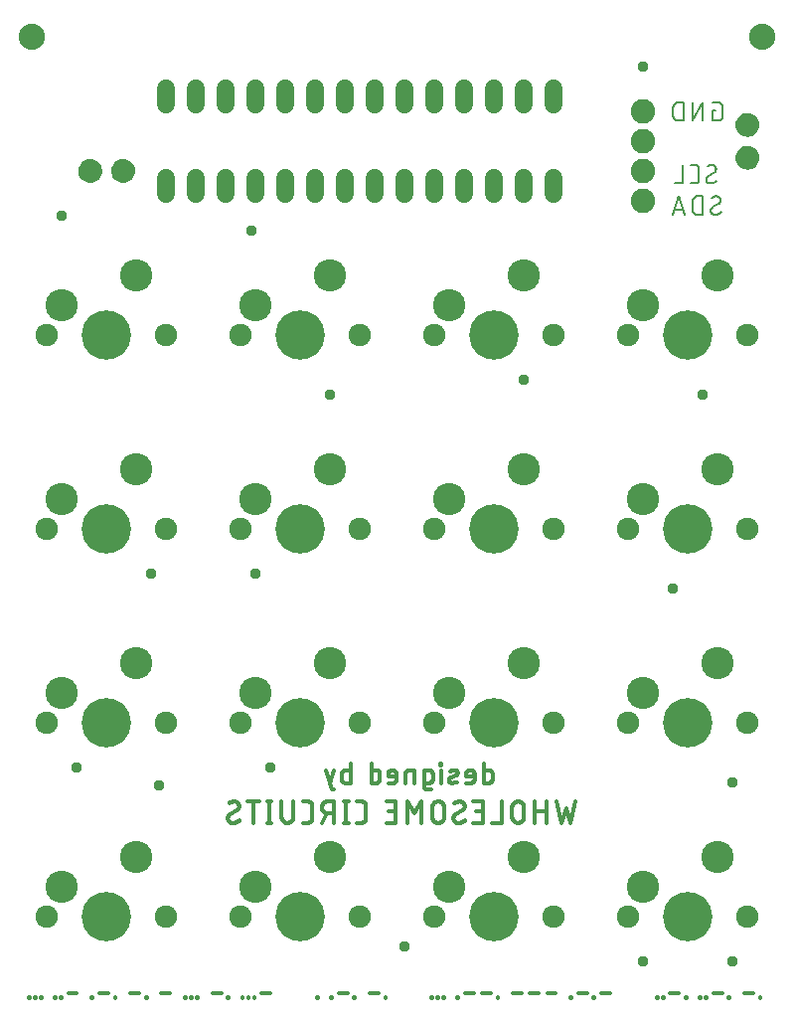
<source format=gbr>
G04 EAGLE Gerber RS-274X export*
G75*
%MOMM*%
%FSLAX34Y34*%
%LPD*%
%INSoldermask Bottom*%
%IPPOS*%
%AMOC8*
5,1,8,0,0,1.08239X$1,22.5*%
G01*
%ADD10C,2.235200*%
%ADD11C,0.304800*%
%ADD12C,0.355600*%
%ADD13C,0.203200*%
%ADD14C,1.524000*%
%ADD15C,2.082800*%
%ADD16C,2.743200*%
%ADD17C,4.203600*%
%ADD18C,1.917600*%
%ADD19C,0.959600*%

G36*
X89390Y713859D02*
X89390Y713859D01*
X89433Y713871D01*
X89499Y713880D01*
X91116Y714334D01*
X91157Y714353D01*
X91185Y714362D01*
X91195Y714364D01*
X91199Y714366D01*
X91220Y714373D01*
X92734Y715101D01*
X92770Y715127D01*
X92829Y715157D01*
X94194Y716138D01*
X94225Y716170D01*
X94278Y716210D01*
X95452Y717412D01*
X95477Y717449D01*
X95522Y717497D01*
X96469Y718885D01*
X96487Y718926D01*
X96523Y718982D01*
X97215Y720513D01*
X97226Y720556D01*
X97252Y720617D01*
X97667Y722246D01*
X97670Y722290D01*
X97685Y722355D01*
X97811Y724030D01*
X97807Y724077D01*
X97809Y724149D01*
X97604Y725985D01*
X97590Y726031D01*
X97578Y726106D01*
X97018Y727867D01*
X96995Y727909D01*
X96969Y727981D01*
X96076Y729598D01*
X96046Y729636D01*
X96006Y729701D01*
X94815Y731113D01*
X94778Y731144D01*
X94726Y731200D01*
X93282Y732353D01*
X93240Y732376D01*
X93178Y732420D01*
X91537Y733269D01*
X91491Y733284D01*
X91422Y733315D01*
X89647Y733828D01*
X89599Y733833D01*
X89524Y733851D01*
X87684Y734007D01*
X87640Y734003D01*
X87575Y734007D01*
X85744Y733847D01*
X85698Y733834D01*
X85622Y733824D01*
X83858Y733310D01*
X83814Y733289D01*
X83742Y733264D01*
X82112Y732415D01*
X82074Y732386D01*
X82008Y732347D01*
X80575Y731197D01*
X80543Y731161D01*
X80486Y731110D01*
X79305Y729702D01*
X79281Y729661D01*
X79235Y729600D01*
X79025Y729218D01*
X78351Y727988D01*
X78336Y727943D01*
X78302Y727874D01*
X77750Y726121D01*
X77744Y726074D01*
X77724Y726000D01*
X77525Y724173D01*
X77528Y724127D01*
X77522Y724058D01*
X77645Y722382D01*
X77656Y722339D01*
X77662Y722273D01*
X78074Y720643D01*
X78092Y720603D01*
X78110Y720539D01*
X78798Y719006D01*
X78823Y718969D01*
X78852Y718909D01*
X79796Y717519D01*
X79827Y717487D01*
X79865Y717433D01*
X81036Y716227D01*
X81073Y716201D01*
X81120Y716155D01*
X82482Y715171D01*
X82523Y715152D01*
X82577Y715115D01*
X84090Y714382D01*
X84133Y714370D01*
X84144Y714365D01*
X84171Y714352D01*
X84176Y714351D01*
X84193Y714343D01*
X85810Y713885D01*
X85855Y713880D01*
X85919Y713864D01*
X87591Y713693D01*
X87639Y713697D01*
X87718Y713693D01*
X89390Y713859D01*
G37*
G36*
X117381Y713859D02*
X117381Y713859D01*
X117424Y713871D01*
X117490Y713880D01*
X119107Y714334D01*
X119148Y714353D01*
X119176Y714362D01*
X119186Y714364D01*
X119190Y714366D01*
X119211Y714373D01*
X120725Y715101D01*
X120761Y715127D01*
X120820Y715157D01*
X122185Y716138D01*
X122216Y716170D01*
X122269Y716210D01*
X123443Y717412D01*
X123468Y717449D01*
X123513Y717497D01*
X124460Y718885D01*
X124478Y718926D01*
X124514Y718982D01*
X125206Y720513D01*
X125217Y720556D01*
X125243Y720617D01*
X125658Y722246D01*
X125661Y722290D01*
X125676Y722355D01*
X125802Y724030D01*
X125798Y724077D01*
X125800Y724149D01*
X125595Y725985D01*
X125581Y726031D01*
X125569Y726106D01*
X125009Y727867D01*
X124986Y727909D01*
X124960Y727981D01*
X124067Y729598D01*
X124037Y729636D01*
X123997Y729701D01*
X122806Y731113D01*
X122769Y731144D01*
X122717Y731200D01*
X121273Y732353D01*
X121231Y732376D01*
X121169Y732420D01*
X119528Y733269D01*
X119482Y733284D01*
X119413Y733315D01*
X117638Y733828D01*
X117590Y733833D01*
X117515Y733851D01*
X115675Y734007D01*
X115631Y734003D01*
X115566Y734007D01*
X113735Y733847D01*
X113689Y733834D01*
X113613Y733824D01*
X111849Y733310D01*
X111805Y733289D01*
X111733Y733264D01*
X110103Y732415D01*
X110065Y732386D01*
X109999Y732347D01*
X108566Y731197D01*
X108534Y731161D01*
X108477Y731110D01*
X107296Y729702D01*
X107272Y729661D01*
X107226Y729600D01*
X107016Y729218D01*
X106342Y727988D01*
X106327Y727943D01*
X106293Y727874D01*
X105741Y726121D01*
X105735Y726074D01*
X105715Y726000D01*
X105516Y724173D01*
X105519Y724127D01*
X105513Y724058D01*
X105636Y722382D01*
X105647Y722339D01*
X105653Y722273D01*
X106065Y720643D01*
X106083Y720603D01*
X106101Y720539D01*
X106789Y719006D01*
X106814Y718969D01*
X106843Y718909D01*
X107787Y717519D01*
X107818Y717487D01*
X107856Y717433D01*
X109027Y716227D01*
X109064Y716201D01*
X109111Y716155D01*
X110473Y715171D01*
X110514Y715152D01*
X110568Y715115D01*
X112081Y714382D01*
X112124Y714370D01*
X112135Y714365D01*
X112162Y714352D01*
X112167Y714351D01*
X112184Y714343D01*
X113801Y713885D01*
X113846Y713880D01*
X113910Y713864D01*
X115582Y713693D01*
X115630Y713697D01*
X115709Y713693D01*
X117381Y713859D01*
G37*
G36*
X647877Y753093D02*
X647877Y753093D01*
X647949Y753091D01*
X649785Y753296D01*
X649831Y753310D01*
X649906Y753322D01*
X651667Y753882D01*
X651709Y753905D01*
X651781Y753931D01*
X653398Y754824D01*
X653436Y754854D01*
X653501Y754894D01*
X654913Y756085D01*
X654944Y756122D01*
X655000Y756174D01*
X656153Y757618D01*
X656176Y757660D01*
X656220Y757722D01*
X657069Y759363D01*
X657084Y759409D01*
X657115Y759478D01*
X657628Y761253D01*
X657633Y761301D01*
X657651Y761376D01*
X657807Y763216D01*
X657803Y763260D01*
X657807Y763325D01*
X657647Y765156D01*
X657634Y765202D01*
X657624Y765278D01*
X657110Y767042D01*
X657089Y767086D01*
X657064Y767158D01*
X656215Y768788D01*
X656186Y768826D01*
X656147Y768892D01*
X654997Y770325D01*
X654961Y770357D01*
X654910Y770414D01*
X653502Y771595D01*
X653461Y771619D01*
X653400Y771665D01*
X651788Y772549D01*
X651743Y772564D01*
X651674Y772598D01*
X649921Y773150D01*
X649874Y773156D01*
X649800Y773176D01*
X647973Y773376D01*
X647927Y773372D01*
X647858Y773378D01*
X646182Y773255D01*
X646139Y773244D01*
X646073Y773238D01*
X644443Y772827D01*
X644403Y772808D01*
X644339Y772790D01*
X642806Y772102D01*
X642769Y772077D01*
X642709Y772048D01*
X641319Y771104D01*
X641287Y771073D01*
X641233Y771035D01*
X640027Y769864D01*
X640001Y769828D01*
X639955Y769780D01*
X638971Y768418D01*
X638952Y768377D01*
X638915Y768323D01*
X638182Y766810D01*
X638170Y766767D01*
X638143Y766707D01*
X637685Y765090D01*
X637680Y765045D01*
X637664Y764981D01*
X637493Y763309D01*
X637497Y763261D01*
X637493Y763182D01*
X637659Y761510D01*
X637671Y761467D01*
X637680Y761402D01*
X638134Y759784D01*
X638153Y759743D01*
X638173Y759680D01*
X638901Y758166D01*
X638927Y758130D01*
X638957Y758071D01*
X639938Y756706D01*
X639970Y756675D01*
X640010Y756622D01*
X641212Y755448D01*
X641249Y755423D01*
X641297Y755378D01*
X642685Y754431D01*
X642726Y754413D01*
X642782Y754377D01*
X644313Y753685D01*
X644356Y753674D01*
X644417Y753648D01*
X646046Y753233D01*
X646090Y753230D01*
X646155Y753215D01*
X647830Y753089D01*
X647877Y753093D01*
G37*
G36*
X647877Y725102D02*
X647877Y725102D01*
X647949Y725100D01*
X649785Y725305D01*
X649831Y725319D01*
X649906Y725331D01*
X651667Y725891D01*
X651709Y725914D01*
X651781Y725940D01*
X653398Y726833D01*
X653436Y726863D01*
X653501Y726903D01*
X654913Y728094D01*
X654944Y728131D01*
X655000Y728183D01*
X656153Y729627D01*
X656176Y729669D01*
X656220Y729731D01*
X657069Y731372D01*
X657084Y731418D01*
X657115Y731487D01*
X657628Y733262D01*
X657633Y733310D01*
X657651Y733385D01*
X657807Y735225D01*
X657803Y735269D01*
X657807Y735334D01*
X657647Y737165D01*
X657634Y737211D01*
X657624Y737287D01*
X657110Y739051D01*
X657089Y739095D01*
X657064Y739167D01*
X656215Y740797D01*
X656186Y740835D01*
X656147Y740901D01*
X654997Y742334D01*
X654961Y742366D01*
X654910Y742423D01*
X653502Y743604D01*
X653461Y743628D01*
X653400Y743674D01*
X651788Y744558D01*
X651743Y744573D01*
X651674Y744607D01*
X649921Y745159D01*
X649874Y745165D01*
X649800Y745185D01*
X647973Y745385D01*
X647927Y745381D01*
X647858Y745387D01*
X646182Y745264D01*
X646139Y745253D01*
X646073Y745247D01*
X644443Y744836D01*
X644403Y744817D01*
X644339Y744799D01*
X642806Y744111D01*
X642769Y744086D01*
X642709Y744057D01*
X641319Y743113D01*
X641287Y743082D01*
X641233Y743044D01*
X640027Y741873D01*
X640001Y741837D01*
X639955Y741789D01*
X638971Y740427D01*
X638952Y740386D01*
X638915Y740332D01*
X638182Y738819D01*
X638170Y738776D01*
X638143Y738716D01*
X637685Y737099D01*
X637680Y737054D01*
X637664Y736990D01*
X637493Y735318D01*
X637497Y735270D01*
X637493Y735191D01*
X637659Y733519D01*
X637671Y733476D01*
X637680Y733411D01*
X638134Y731793D01*
X638153Y731752D01*
X638173Y731689D01*
X638901Y730175D01*
X638927Y730139D01*
X638957Y730080D01*
X639938Y728715D01*
X639970Y728684D01*
X640010Y728631D01*
X641212Y727457D01*
X641249Y727432D01*
X641297Y727387D01*
X642685Y726440D01*
X642726Y726422D01*
X642782Y726386D01*
X644313Y725694D01*
X644356Y725683D01*
X644417Y725657D01*
X646046Y725242D01*
X646090Y725239D01*
X646155Y725224D01*
X647830Y725098D01*
X647877Y725102D01*
G37*
D10*
X38100Y838200D03*
X660400Y838200D03*
D11*
X423135Y218948D02*
X423135Y202692D01*
X427651Y202692D01*
X427752Y202694D01*
X427853Y202700D01*
X427954Y202709D01*
X428055Y202722D01*
X428155Y202739D01*
X428254Y202760D01*
X428352Y202784D01*
X428449Y202812D01*
X428546Y202844D01*
X428641Y202879D01*
X428734Y202918D01*
X428826Y202960D01*
X428917Y203006D01*
X429006Y203055D01*
X429092Y203107D01*
X429177Y203163D01*
X429260Y203221D01*
X429340Y203283D01*
X429418Y203348D01*
X429494Y203415D01*
X429567Y203485D01*
X429637Y203558D01*
X429704Y203634D01*
X429769Y203712D01*
X429831Y203792D01*
X429889Y203875D01*
X429945Y203960D01*
X429997Y204046D01*
X430046Y204135D01*
X430092Y204226D01*
X430134Y204318D01*
X430173Y204411D01*
X430208Y204506D01*
X430240Y204603D01*
X430268Y204700D01*
X430292Y204798D01*
X430313Y204897D01*
X430330Y204997D01*
X430343Y205098D01*
X430352Y205199D01*
X430358Y205300D01*
X430360Y205401D01*
X430360Y210820D01*
X430358Y210921D01*
X430352Y211022D01*
X430343Y211123D01*
X430330Y211224D01*
X430313Y211324D01*
X430292Y211423D01*
X430268Y211521D01*
X430240Y211618D01*
X430208Y211715D01*
X430173Y211810D01*
X430134Y211903D01*
X430092Y211995D01*
X430046Y212086D01*
X429997Y212175D01*
X429945Y212261D01*
X429889Y212346D01*
X429831Y212429D01*
X429769Y212509D01*
X429704Y212587D01*
X429637Y212663D01*
X429567Y212736D01*
X429494Y212806D01*
X429418Y212873D01*
X429340Y212938D01*
X429260Y213000D01*
X429177Y213058D01*
X429092Y213114D01*
X429006Y213166D01*
X428917Y213215D01*
X428826Y213261D01*
X428734Y213303D01*
X428641Y213342D01*
X428546Y213377D01*
X428449Y213409D01*
X428352Y213437D01*
X428254Y213461D01*
X428155Y213482D01*
X428055Y213499D01*
X427954Y213512D01*
X427853Y213521D01*
X427752Y213527D01*
X427651Y213529D01*
X423135Y213529D01*
X412462Y202692D02*
X407947Y202692D01*
X412462Y202692D02*
X412563Y202694D01*
X412664Y202700D01*
X412765Y202709D01*
X412866Y202722D01*
X412966Y202739D01*
X413065Y202760D01*
X413163Y202784D01*
X413260Y202812D01*
X413357Y202844D01*
X413452Y202879D01*
X413545Y202918D01*
X413637Y202960D01*
X413728Y203006D01*
X413817Y203055D01*
X413903Y203107D01*
X413988Y203163D01*
X414071Y203221D01*
X414151Y203283D01*
X414229Y203348D01*
X414305Y203415D01*
X414378Y203485D01*
X414448Y203558D01*
X414515Y203634D01*
X414580Y203712D01*
X414642Y203792D01*
X414700Y203875D01*
X414756Y203960D01*
X414808Y204046D01*
X414857Y204135D01*
X414903Y204226D01*
X414945Y204318D01*
X414984Y204411D01*
X415019Y204506D01*
X415051Y204603D01*
X415079Y204700D01*
X415103Y204798D01*
X415124Y204897D01*
X415141Y204997D01*
X415154Y205098D01*
X415163Y205199D01*
X415169Y205300D01*
X415171Y205401D01*
X415171Y209917D01*
X415169Y210036D01*
X415163Y210156D01*
X415153Y210275D01*
X415139Y210393D01*
X415122Y210512D01*
X415100Y210629D01*
X415075Y210746D01*
X415045Y210861D01*
X415012Y210976D01*
X414975Y211090D01*
X414935Y211202D01*
X414890Y211313D01*
X414842Y211422D01*
X414791Y211530D01*
X414736Y211636D01*
X414677Y211740D01*
X414615Y211842D01*
X414550Y211942D01*
X414481Y212040D01*
X414409Y212136D01*
X414334Y212229D01*
X414257Y212319D01*
X414176Y212407D01*
X414092Y212492D01*
X414005Y212574D01*
X413916Y212654D01*
X413824Y212730D01*
X413730Y212804D01*
X413633Y212874D01*
X413535Y212941D01*
X413434Y213005D01*
X413330Y213065D01*
X413225Y213122D01*
X413118Y213175D01*
X413010Y213225D01*
X412900Y213271D01*
X412788Y213313D01*
X412675Y213352D01*
X412561Y213387D01*
X412446Y213418D01*
X412329Y213446D01*
X412212Y213469D01*
X412095Y213489D01*
X411976Y213505D01*
X411857Y213517D01*
X411738Y213525D01*
X411619Y213529D01*
X411499Y213529D01*
X411380Y213525D01*
X411261Y213517D01*
X411142Y213505D01*
X411023Y213489D01*
X410906Y213469D01*
X410789Y213446D01*
X410672Y213418D01*
X410557Y213387D01*
X410443Y213352D01*
X410330Y213313D01*
X410218Y213271D01*
X410108Y213225D01*
X410000Y213175D01*
X409893Y213122D01*
X409788Y213065D01*
X409684Y213005D01*
X409583Y212941D01*
X409485Y212874D01*
X409388Y212804D01*
X409294Y212730D01*
X409202Y212654D01*
X409113Y212574D01*
X409026Y212492D01*
X408942Y212407D01*
X408861Y212319D01*
X408784Y212229D01*
X408709Y212136D01*
X408637Y212040D01*
X408568Y211942D01*
X408503Y211842D01*
X408441Y211740D01*
X408382Y211636D01*
X408327Y211530D01*
X408276Y211422D01*
X408228Y211313D01*
X408183Y211202D01*
X408143Y211090D01*
X408106Y210976D01*
X408073Y210861D01*
X408043Y210746D01*
X408018Y210629D01*
X407996Y210512D01*
X407979Y210393D01*
X407965Y210275D01*
X407955Y210156D01*
X407949Y210036D01*
X407947Y209917D01*
X407947Y208111D01*
X415171Y208111D01*
X399300Y209014D02*
X394784Y207208D01*
X399300Y209014D02*
X399388Y209051D01*
X399474Y209092D01*
X399559Y209136D01*
X399642Y209184D01*
X399722Y209235D01*
X399801Y209289D01*
X399877Y209347D01*
X399951Y209407D01*
X400023Y209471D01*
X400091Y209537D01*
X400157Y209607D01*
X400220Y209678D01*
X400281Y209753D01*
X400338Y209829D01*
X400391Y209908D01*
X400442Y209989D01*
X400489Y210072D01*
X400533Y210157D01*
X400573Y210244D01*
X400610Y210332D01*
X400643Y210422D01*
X400673Y210513D01*
X400698Y210605D01*
X400720Y210698D01*
X400738Y210792D01*
X400753Y210886D01*
X400763Y210981D01*
X400769Y211077D01*
X400772Y211172D01*
X400771Y211268D01*
X400765Y211363D01*
X400756Y211459D01*
X400743Y211553D01*
X400727Y211647D01*
X400706Y211741D01*
X400681Y211833D01*
X400653Y211924D01*
X400621Y212014D01*
X400586Y212103D01*
X400547Y212190D01*
X400504Y212276D01*
X400458Y212360D01*
X400408Y212441D01*
X400356Y212521D01*
X400300Y212599D01*
X400240Y212674D01*
X400178Y212746D01*
X400113Y212816D01*
X400045Y212884D01*
X399975Y212948D01*
X399902Y213010D01*
X399826Y213068D01*
X399748Y213124D01*
X399668Y213176D01*
X399586Y213225D01*
X399502Y213270D01*
X399416Y213312D01*
X399329Y213351D01*
X399240Y213386D01*
X399149Y213417D01*
X399058Y213444D01*
X398965Y213468D01*
X398872Y213488D01*
X398778Y213504D01*
X398683Y213516D01*
X398588Y213525D01*
X398492Y213529D01*
X398397Y213530D01*
X398150Y213523D01*
X397904Y213511D01*
X397658Y213493D01*
X397412Y213468D01*
X397168Y213438D01*
X396924Y213402D01*
X396681Y213361D01*
X396439Y213313D01*
X396198Y213259D01*
X395959Y213200D01*
X395721Y213135D01*
X395485Y213064D01*
X395250Y212988D01*
X395017Y212906D01*
X394787Y212818D01*
X394559Y212725D01*
X394332Y212627D01*
X394784Y207207D02*
X394696Y207170D01*
X394610Y207129D01*
X394525Y207085D01*
X394442Y207037D01*
X394362Y206986D01*
X394283Y206932D01*
X394207Y206874D01*
X394133Y206814D01*
X394061Y206750D01*
X393993Y206684D01*
X393927Y206614D01*
X393864Y206543D01*
X393803Y206468D01*
X393746Y206392D01*
X393693Y206313D01*
X393642Y206232D01*
X393595Y206149D01*
X393551Y206064D01*
X393511Y205977D01*
X393474Y205889D01*
X393441Y205799D01*
X393411Y205708D01*
X393386Y205616D01*
X393364Y205523D01*
X393346Y205429D01*
X393331Y205335D01*
X393321Y205240D01*
X393315Y205144D01*
X393312Y205049D01*
X393313Y204953D01*
X393319Y204858D01*
X393328Y204762D01*
X393341Y204668D01*
X393357Y204574D01*
X393378Y204480D01*
X393403Y204388D01*
X393431Y204297D01*
X393463Y204207D01*
X393498Y204118D01*
X393537Y204031D01*
X393580Y203945D01*
X393626Y203861D01*
X393676Y203780D01*
X393728Y203700D01*
X393784Y203622D01*
X393844Y203547D01*
X393906Y203475D01*
X393971Y203405D01*
X394039Y203337D01*
X394109Y203273D01*
X394182Y203211D01*
X394258Y203153D01*
X394336Y203097D01*
X394416Y203045D01*
X394498Y202996D01*
X394582Y202951D01*
X394668Y202909D01*
X394755Y202870D01*
X394844Y202835D01*
X394935Y202804D01*
X395026Y202777D01*
X395119Y202753D01*
X395212Y202733D01*
X395306Y202717D01*
X395401Y202705D01*
X395496Y202696D01*
X395592Y202692D01*
X395687Y202691D01*
X395688Y202692D02*
X396050Y202701D01*
X396412Y202719D01*
X396773Y202746D01*
X397133Y202781D01*
X397493Y202824D01*
X397852Y202876D01*
X398209Y202937D01*
X398564Y203006D01*
X398918Y203083D01*
X399270Y203169D01*
X399620Y203263D01*
X399968Y203366D01*
X400313Y203476D01*
X400655Y203595D01*
X386433Y202692D02*
X386433Y213529D01*
X386885Y218045D02*
X386885Y218948D01*
X385982Y218948D01*
X385982Y218045D01*
X386885Y218045D01*
X376841Y202692D02*
X372326Y202692D01*
X376841Y202692D02*
X376942Y202694D01*
X377043Y202700D01*
X377144Y202709D01*
X377245Y202722D01*
X377345Y202739D01*
X377444Y202760D01*
X377542Y202784D01*
X377639Y202812D01*
X377736Y202844D01*
X377831Y202879D01*
X377924Y202918D01*
X378016Y202960D01*
X378107Y203006D01*
X378196Y203055D01*
X378282Y203107D01*
X378367Y203163D01*
X378450Y203221D01*
X378530Y203283D01*
X378608Y203348D01*
X378684Y203415D01*
X378757Y203485D01*
X378827Y203558D01*
X378894Y203634D01*
X378959Y203712D01*
X379021Y203792D01*
X379079Y203875D01*
X379135Y203960D01*
X379187Y204046D01*
X379236Y204135D01*
X379282Y204226D01*
X379324Y204318D01*
X379363Y204411D01*
X379398Y204506D01*
X379430Y204603D01*
X379458Y204700D01*
X379482Y204798D01*
X379503Y204897D01*
X379520Y204997D01*
X379533Y205098D01*
X379542Y205199D01*
X379548Y205300D01*
X379550Y205401D01*
X379550Y210820D01*
X379548Y210921D01*
X379542Y211022D01*
X379533Y211123D01*
X379520Y211224D01*
X379503Y211324D01*
X379482Y211423D01*
X379458Y211521D01*
X379430Y211618D01*
X379398Y211715D01*
X379363Y211810D01*
X379324Y211903D01*
X379282Y211995D01*
X379236Y212086D01*
X379187Y212175D01*
X379135Y212261D01*
X379079Y212346D01*
X379021Y212429D01*
X378959Y212509D01*
X378894Y212587D01*
X378827Y212663D01*
X378757Y212736D01*
X378684Y212806D01*
X378608Y212873D01*
X378530Y212938D01*
X378450Y213000D01*
X378367Y213058D01*
X378282Y213114D01*
X378196Y213166D01*
X378107Y213215D01*
X378016Y213261D01*
X377924Y213303D01*
X377831Y213342D01*
X377736Y213377D01*
X377639Y213409D01*
X377542Y213437D01*
X377444Y213461D01*
X377345Y213482D01*
X377245Y213499D01*
X377144Y213512D01*
X377043Y213521D01*
X376942Y213527D01*
X376841Y213529D01*
X372326Y213529D01*
X372326Y199983D01*
X372328Y199882D01*
X372334Y199781D01*
X372343Y199680D01*
X372356Y199579D01*
X372373Y199479D01*
X372394Y199380D01*
X372418Y199282D01*
X372446Y199185D01*
X372478Y199088D01*
X372513Y198993D01*
X372552Y198900D01*
X372594Y198808D01*
X372640Y198717D01*
X372689Y198629D01*
X372741Y198542D01*
X372797Y198457D01*
X372855Y198374D01*
X372917Y198294D01*
X372982Y198216D01*
X373049Y198140D01*
X373119Y198067D01*
X373192Y197997D01*
X373268Y197930D01*
X373346Y197865D01*
X373426Y197803D01*
X373509Y197745D01*
X373594Y197689D01*
X373681Y197637D01*
X373769Y197588D01*
X373860Y197542D01*
X373952Y197500D01*
X374045Y197461D01*
X374140Y197426D01*
X374237Y197394D01*
X374334Y197366D01*
X374432Y197342D01*
X374531Y197321D01*
X374631Y197304D01*
X374732Y197291D01*
X374833Y197282D01*
X374934Y197276D01*
X375035Y197274D01*
X375035Y197273D02*
X378647Y197273D01*
X363803Y202692D02*
X363803Y213529D01*
X359288Y213529D01*
X359184Y213527D01*
X359081Y213521D01*
X358977Y213511D01*
X358874Y213497D01*
X358772Y213479D01*
X358671Y213458D01*
X358570Y213432D01*
X358471Y213403D01*
X358372Y213370D01*
X358275Y213333D01*
X358180Y213292D01*
X358086Y213248D01*
X357994Y213200D01*
X357904Y213149D01*
X357815Y213094D01*
X357729Y213036D01*
X357646Y212974D01*
X357564Y212910D01*
X357486Y212842D01*
X357410Y212772D01*
X357336Y212699D01*
X357266Y212622D01*
X357198Y212544D01*
X357134Y212462D01*
X357072Y212379D01*
X357014Y212293D01*
X356959Y212204D01*
X356908Y212114D01*
X356860Y212022D01*
X356816Y211928D01*
X356775Y211833D01*
X356738Y211736D01*
X356705Y211637D01*
X356676Y211538D01*
X356650Y211437D01*
X356629Y211336D01*
X356611Y211234D01*
X356597Y211131D01*
X356587Y211027D01*
X356581Y210924D01*
X356579Y210820D01*
X356578Y210820D02*
X356578Y202692D01*
X346019Y202692D02*
X341503Y202692D01*
X346019Y202692D02*
X346120Y202694D01*
X346221Y202700D01*
X346322Y202709D01*
X346423Y202722D01*
X346523Y202739D01*
X346622Y202760D01*
X346720Y202784D01*
X346817Y202812D01*
X346914Y202844D01*
X347009Y202879D01*
X347102Y202918D01*
X347194Y202960D01*
X347285Y203006D01*
X347374Y203055D01*
X347460Y203107D01*
X347545Y203163D01*
X347628Y203221D01*
X347708Y203283D01*
X347786Y203348D01*
X347862Y203415D01*
X347935Y203485D01*
X348005Y203558D01*
X348072Y203634D01*
X348137Y203712D01*
X348199Y203792D01*
X348257Y203875D01*
X348313Y203960D01*
X348365Y204046D01*
X348414Y204135D01*
X348460Y204226D01*
X348502Y204318D01*
X348541Y204411D01*
X348576Y204506D01*
X348608Y204603D01*
X348636Y204700D01*
X348660Y204798D01*
X348681Y204897D01*
X348698Y204997D01*
X348711Y205098D01*
X348720Y205199D01*
X348726Y205300D01*
X348728Y205401D01*
X348728Y209917D01*
X348726Y210036D01*
X348720Y210156D01*
X348710Y210275D01*
X348696Y210393D01*
X348679Y210512D01*
X348657Y210629D01*
X348632Y210746D01*
X348602Y210861D01*
X348569Y210976D01*
X348532Y211090D01*
X348492Y211202D01*
X348447Y211313D01*
X348399Y211422D01*
X348348Y211530D01*
X348293Y211636D01*
X348234Y211740D01*
X348172Y211842D01*
X348107Y211942D01*
X348038Y212040D01*
X347966Y212136D01*
X347891Y212229D01*
X347814Y212319D01*
X347733Y212407D01*
X347649Y212492D01*
X347562Y212574D01*
X347473Y212654D01*
X347381Y212730D01*
X347287Y212804D01*
X347190Y212874D01*
X347092Y212941D01*
X346991Y213005D01*
X346887Y213065D01*
X346782Y213122D01*
X346675Y213175D01*
X346567Y213225D01*
X346457Y213271D01*
X346345Y213313D01*
X346232Y213352D01*
X346118Y213387D01*
X346003Y213418D01*
X345886Y213446D01*
X345769Y213469D01*
X345652Y213489D01*
X345533Y213505D01*
X345414Y213517D01*
X345295Y213525D01*
X345176Y213529D01*
X345056Y213529D01*
X344937Y213525D01*
X344818Y213517D01*
X344699Y213505D01*
X344580Y213489D01*
X344463Y213469D01*
X344346Y213446D01*
X344229Y213418D01*
X344114Y213387D01*
X344000Y213352D01*
X343887Y213313D01*
X343775Y213271D01*
X343665Y213225D01*
X343557Y213175D01*
X343450Y213122D01*
X343345Y213065D01*
X343241Y213005D01*
X343140Y212941D01*
X343042Y212874D01*
X342945Y212804D01*
X342851Y212730D01*
X342759Y212654D01*
X342670Y212574D01*
X342583Y212492D01*
X342499Y212407D01*
X342418Y212319D01*
X342341Y212229D01*
X342266Y212136D01*
X342194Y212040D01*
X342125Y211942D01*
X342060Y211842D01*
X341998Y211740D01*
X341939Y211636D01*
X341884Y211530D01*
X341833Y211422D01*
X341785Y211313D01*
X341740Y211202D01*
X341700Y211090D01*
X341663Y210976D01*
X341630Y210861D01*
X341600Y210746D01*
X341575Y210629D01*
X341553Y210512D01*
X341536Y210393D01*
X341522Y210275D01*
X341512Y210156D01*
X341506Y210036D01*
X341504Y209917D01*
X341503Y209917D02*
X341503Y208111D01*
X348728Y208111D01*
X327099Y202692D02*
X327099Y218948D01*
X327099Y202692D02*
X331615Y202692D01*
X331716Y202694D01*
X331817Y202700D01*
X331918Y202709D01*
X332019Y202722D01*
X332119Y202739D01*
X332218Y202760D01*
X332316Y202784D01*
X332413Y202812D01*
X332510Y202844D01*
X332605Y202879D01*
X332698Y202918D01*
X332790Y202960D01*
X332881Y203006D01*
X332970Y203055D01*
X333056Y203107D01*
X333141Y203163D01*
X333224Y203221D01*
X333304Y203283D01*
X333382Y203348D01*
X333458Y203415D01*
X333531Y203485D01*
X333601Y203558D01*
X333668Y203634D01*
X333733Y203712D01*
X333795Y203792D01*
X333853Y203875D01*
X333909Y203960D01*
X333961Y204046D01*
X334010Y204135D01*
X334056Y204226D01*
X334098Y204318D01*
X334137Y204411D01*
X334172Y204506D01*
X334204Y204603D01*
X334232Y204700D01*
X334256Y204798D01*
X334277Y204897D01*
X334294Y204997D01*
X334307Y205098D01*
X334316Y205199D01*
X334322Y205300D01*
X334324Y205401D01*
X334324Y210820D01*
X334322Y210921D01*
X334316Y211022D01*
X334307Y211123D01*
X334294Y211224D01*
X334277Y211324D01*
X334256Y211423D01*
X334232Y211521D01*
X334204Y211618D01*
X334172Y211715D01*
X334137Y211810D01*
X334098Y211903D01*
X334056Y211995D01*
X334010Y212086D01*
X333961Y212175D01*
X333909Y212261D01*
X333853Y212346D01*
X333795Y212429D01*
X333733Y212509D01*
X333668Y212587D01*
X333601Y212663D01*
X333531Y212736D01*
X333458Y212806D01*
X333382Y212873D01*
X333304Y212938D01*
X333224Y213000D01*
X333141Y213058D01*
X333056Y213114D01*
X332970Y213166D01*
X332881Y213215D01*
X332790Y213261D01*
X332698Y213303D01*
X332605Y213342D01*
X332510Y213377D01*
X332413Y213409D01*
X332316Y213437D01*
X332218Y213461D01*
X332119Y213482D01*
X332019Y213499D01*
X331918Y213512D01*
X331817Y213521D01*
X331716Y213527D01*
X331615Y213529D01*
X327099Y213529D01*
X309530Y218948D02*
X309530Y202692D01*
X305015Y202692D01*
X304911Y202694D01*
X304808Y202700D01*
X304704Y202710D01*
X304601Y202724D01*
X304499Y202742D01*
X304398Y202763D01*
X304297Y202789D01*
X304198Y202818D01*
X304099Y202851D01*
X304002Y202888D01*
X303907Y202929D01*
X303813Y202973D01*
X303721Y203021D01*
X303631Y203072D01*
X303542Y203127D01*
X303456Y203185D01*
X303373Y203247D01*
X303291Y203311D01*
X303213Y203379D01*
X303137Y203449D01*
X303063Y203522D01*
X302993Y203599D01*
X302925Y203677D01*
X302861Y203759D01*
X302799Y203842D01*
X302741Y203928D01*
X302686Y204017D01*
X302635Y204107D01*
X302587Y204199D01*
X302543Y204293D01*
X302502Y204388D01*
X302465Y204485D01*
X302432Y204584D01*
X302403Y204683D01*
X302377Y204784D01*
X302356Y204885D01*
X302338Y204987D01*
X302324Y205090D01*
X302314Y205194D01*
X302308Y205297D01*
X302306Y205401D01*
X302305Y205401D02*
X302305Y210820D01*
X302306Y210820D02*
X302308Y210921D01*
X302314Y211022D01*
X302323Y211123D01*
X302336Y211224D01*
X302353Y211324D01*
X302374Y211423D01*
X302398Y211521D01*
X302426Y211618D01*
X302458Y211715D01*
X302493Y211810D01*
X302532Y211903D01*
X302574Y211995D01*
X302620Y212086D01*
X302669Y212175D01*
X302721Y212261D01*
X302777Y212346D01*
X302835Y212429D01*
X302897Y212509D01*
X302962Y212587D01*
X303029Y212663D01*
X303099Y212736D01*
X303172Y212806D01*
X303248Y212873D01*
X303326Y212938D01*
X303406Y213000D01*
X303489Y213058D01*
X303574Y213114D01*
X303661Y213166D01*
X303749Y213215D01*
X303840Y213261D01*
X303932Y213303D01*
X304025Y213342D01*
X304120Y213377D01*
X304217Y213409D01*
X304314Y213437D01*
X304412Y213461D01*
X304511Y213482D01*
X304611Y213499D01*
X304712Y213512D01*
X304813Y213521D01*
X304914Y213527D01*
X305015Y213529D01*
X309530Y213529D01*
X295685Y197273D02*
X293879Y197273D01*
X288460Y213529D01*
X295685Y213529D02*
X292072Y202692D01*
D12*
X497109Y168656D02*
X501173Y186944D01*
X493045Y180848D02*
X497109Y168656D01*
X488981Y168656D02*
X493045Y180848D01*
X484917Y186944D02*
X488981Y168656D01*
X476497Y168656D02*
X476497Y186944D01*
X476497Y178816D02*
X466337Y178816D01*
X466337Y186944D02*
X466337Y168656D01*
X457341Y173736D02*
X457341Y181864D01*
X457339Y182005D01*
X457333Y182146D01*
X457323Y182287D01*
X457310Y182428D01*
X457292Y182568D01*
X457270Y182707D01*
X457245Y182846D01*
X457216Y182985D01*
X457183Y183122D01*
X457146Y183258D01*
X457105Y183393D01*
X457061Y183528D01*
X457013Y183660D01*
X456961Y183792D01*
X456906Y183922D01*
X456847Y184050D01*
X456784Y184177D01*
X456718Y184301D01*
X456649Y184424D01*
X456576Y184545D01*
X456500Y184664D01*
X456420Y184781D01*
X456337Y184895D01*
X456252Y185008D01*
X456163Y185117D01*
X456071Y185225D01*
X455976Y185329D01*
X455878Y185431D01*
X455777Y185530D01*
X455674Y185627D01*
X455568Y185720D01*
X455460Y185810D01*
X455349Y185898D01*
X455236Y185982D01*
X455120Y186063D01*
X455002Y186141D01*
X454882Y186216D01*
X454760Y186287D01*
X454636Y186355D01*
X454510Y186419D01*
X454383Y186480D01*
X454254Y186537D01*
X454123Y186590D01*
X453991Y186640D01*
X453858Y186687D01*
X453723Y186729D01*
X453587Y186768D01*
X453450Y186803D01*
X453313Y186834D01*
X453174Y186861D01*
X453035Y186885D01*
X452895Y186904D01*
X452755Y186920D01*
X452614Y186932D01*
X452473Y186940D01*
X452332Y186944D01*
X452190Y186944D01*
X452049Y186940D01*
X451908Y186932D01*
X451767Y186920D01*
X451627Y186904D01*
X451487Y186885D01*
X451348Y186861D01*
X451209Y186834D01*
X451072Y186803D01*
X450935Y186768D01*
X450799Y186729D01*
X450664Y186687D01*
X450531Y186640D01*
X450399Y186590D01*
X450268Y186537D01*
X450139Y186480D01*
X450012Y186419D01*
X449886Y186355D01*
X449762Y186287D01*
X449640Y186216D01*
X449520Y186141D01*
X449402Y186063D01*
X449286Y185982D01*
X449173Y185898D01*
X449062Y185810D01*
X448954Y185720D01*
X448848Y185627D01*
X448745Y185530D01*
X448644Y185431D01*
X448546Y185329D01*
X448451Y185225D01*
X448359Y185117D01*
X448270Y185008D01*
X448185Y184895D01*
X448102Y184781D01*
X448022Y184664D01*
X447946Y184545D01*
X447873Y184424D01*
X447804Y184301D01*
X447738Y184177D01*
X447675Y184050D01*
X447616Y183922D01*
X447561Y183792D01*
X447509Y183660D01*
X447461Y183528D01*
X447417Y183393D01*
X447376Y183258D01*
X447339Y183122D01*
X447306Y182985D01*
X447277Y182846D01*
X447252Y182707D01*
X447230Y182568D01*
X447212Y182428D01*
X447199Y182287D01*
X447189Y182146D01*
X447183Y182005D01*
X447181Y181864D01*
X447181Y173736D01*
X447183Y173595D01*
X447189Y173454D01*
X447199Y173313D01*
X447212Y173172D01*
X447230Y173032D01*
X447252Y172893D01*
X447277Y172754D01*
X447306Y172615D01*
X447339Y172478D01*
X447376Y172342D01*
X447417Y172207D01*
X447461Y172072D01*
X447509Y171940D01*
X447561Y171808D01*
X447616Y171678D01*
X447675Y171550D01*
X447738Y171423D01*
X447804Y171299D01*
X447873Y171176D01*
X447946Y171055D01*
X448022Y170936D01*
X448102Y170819D01*
X448185Y170705D01*
X448270Y170592D01*
X448359Y170483D01*
X448451Y170375D01*
X448546Y170271D01*
X448644Y170169D01*
X448745Y170070D01*
X448848Y169973D01*
X448954Y169880D01*
X449062Y169790D01*
X449173Y169702D01*
X449286Y169618D01*
X449402Y169537D01*
X449520Y169459D01*
X449640Y169384D01*
X449762Y169313D01*
X449886Y169245D01*
X450012Y169181D01*
X450139Y169120D01*
X450268Y169063D01*
X450399Y169010D01*
X450531Y168960D01*
X450664Y168913D01*
X450799Y168871D01*
X450935Y168832D01*
X451072Y168797D01*
X451209Y168766D01*
X451348Y168739D01*
X451487Y168715D01*
X451627Y168696D01*
X451767Y168680D01*
X451908Y168668D01*
X452049Y168660D01*
X452190Y168656D01*
X452332Y168656D01*
X452473Y168660D01*
X452614Y168668D01*
X452755Y168680D01*
X452895Y168696D01*
X453035Y168715D01*
X453174Y168739D01*
X453313Y168766D01*
X453450Y168797D01*
X453587Y168832D01*
X453723Y168871D01*
X453858Y168913D01*
X453991Y168960D01*
X454123Y169010D01*
X454254Y169063D01*
X454383Y169120D01*
X454510Y169181D01*
X454636Y169245D01*
X454760Y169313D01*
X454882Y169384D01*
X455002Y169459D01*
X455120Y169537D01*
X455236Y169618D01*
X455349Y169702D01*
X455460Y169790D01*
X455568Y169880D01*
X455674Y169973D01*
X455777Y170070D01*
X455878Y170169D01*
X455976Y170271D01*
X456071Y170375D01*
X456163Y170483D01*
X456252Y170592D01*
X456337Y170705D01*
X456420Y170819D01*
X456500Y170936D01*
X456576Y171055D01*
X456649Y171176D01*
X456718Y171299D01*
X456784Y171423D01*
X456847Y171550D01*
X456906Y171678D01*
X456961Y171808D01*
X457013Y171940D01*
X457061Y172072D01*
X457105Y172207D01*
X457146Y172342D01*
X457183Y172478D01*
X457216Y172615D01*
X457245Y172754D01*
X457270Y172893D01*
X457292Y173032D01*
X457310Y173172D01*
X457323Y173313D01*
X457333Y173454D01*
X457339Y173595D01*
X457341Y173736D01*
X438132Y168656D02*
X438132Y186944D01*
X438132Y168656D02*
X430004Y168656D01*
X422066Y168656D02*
X413938Y168656D01*
X422066Y168656D02*
X422066Y186944D01*
X413938Y186944D01*
X415970Y178816D02*
X422066Y178816D01*
X401191Y168656D02*
X401066Y168658D01*
X400941Y168664D01*
X400816Y168673D01*
X400692Y168687D01*
X400568Y168704D01*
X400444Y168725D01*
X400322Y168750D01*
X400200Y168779D01*
X400079Y168811D01*
X399959Y168847D01*
X399840Y168887D01*
X399723Y168930D01*
X399607Y168977D01*
X399492Y169028D01*
X399380Y169082D01*
X399268Y169140D01*
X399159Y169200D01*
X399052Y169265D01*
X398946Y169332D01*
X398843Y169403D01*
X398742Y169477D01*
X398643Y169554D01*
X398547Y169634D01*
X398453Y169717D01*
X398362Y169802D01*
X398273Y169891D01*
X398188Y169982D01*
X398105Y170076D01*
X398025Y170172D01*
X397948Y170271D01*
X397874Y170372D01*
X397803Y170475D01*
X397736Y170581D01*
X397671Y170688D01*
X397611Y170797D01*
X397553Y170909D01*
X397499Y171021D01*
X397448Y171136D01*
X397401Y171252D01*
X397358Y171369D01*
X397318Y171488D01*
X397282Y171608D01*
X397250Y171729D01*
X397221Y171851D01*
X397196Y171973D01*
X397175Y172097D01*
X397158Y172221D01*
X397144Y172345D01*
X397135Y172470D01*
X397129Y172595D01*
X397127Y172720D01*
X401191Y168656D02*
X401396Y168658D01*
X401602Y168666D01*
X401807Y168678D01*
X402011Y168695D01*
X402216Y168717D01*
X402419Y168744D01*
X402622Y168776D01*
X402824Y168813D01*
X403025Y168854D01*
X403226Y168901D01*
X403425Y168952D01*
X403622Y169007D01*
X403818Y169068D01*
X404013Y169133D01*
X404206Y169203D01*
X404398Y169277D01*
X404587Y169356D01*
X404775Y169440D01*
X404961Y169528D01*
X405144Y169620D01*
X405325Y169717D01*
X405504Y169818D01*
X405681Y169923D01*
X405854Y170033D01*
X406025Y170147D01*
X406194Y170264D01*
X406359Y170386D01*
X406522Y170512D01*
X406681Y170641D01*
X406838Y170774D01*
X406991Y170911D01*
X407140Y171052D01*
X407287Y171196D01*
X406779Y182880D02*
X406777Y183005D01*
X406771Y183130D01*
X406762Y183255D01*
X406748Y183379D01*
X406731Y183503D01*
X406710Y183627D01*
X406685Y183749D01*
X406656Y183871D01*
X406624Y183992D01*
X406588Y184112D01*
X406548Y184231D01*
X406505Y184348D01*
X406458Y184464D01*
X406407Y184579D01*
X406353Y184691D01*
X406295Y184803D01*
X406235Y184912D01*
X406170Y185019D01*
X406103Y185125D01*
X406032Y185228D01*
X405958Y185329D01*
X405881Y185428D01*
X405801Y185524D01*
X405718Y185618D01*
X405633Y185709D01*
X405544Y185798D01*
X405453Y185883D01*
X405359Y185966D01*
X405263Y186046D01*
X405164Y186123D01*
X405063Y186197D01*
X404960Y186268D01*
X404854Y186335D01*
X404747Y186400D01*
X404638Y186460D01*
X404526Y186518D01*
X404414Y186572D01*
X404299Y186623D01*
X404183Y186670D01*
X404066Y186713D01*
X403947Y186753D01*
X403827Y186789D01*
X403706Y186821D01*
X403584Y186850D01*
X403462Y186875D01*
X403338Y186896D01*
X403214Y186913D01*
X403090Y186927D01*
X402965Y186936D01*
X402840Y186942D01*
X402715Y186944D01*
X402533Y186942D01*
X402352Y186935D01*
X402171Y186925D01*
X401990Y186909D01*
X401809Y186890D01*
X401629Y186866D01*
X401450Y186838D01*
X401271Y186806D01*
X401093Y186769D01*
X400916Y186729D01*
X400740Y186684D01*
X400565Y186634D01*
X400392Y186581D01*
X400219Y186524D01*
X400049Y186462D01*
X399879Y186397D01*
X399711Y186327D01*
X399545Y186253D01*
X399381Y186176D01*
X399219Y186095D01*
X399058Y186009D01*
X398900Y185920D01*
X398744Y185828D01*
X398590Y185731D01*
X398439Y185631D01*
X398290Y185527D01*
X398143Y185420D01*
X404748Y179324D02*
X404855Y179389D01*
X404961Y179458D01*
X405064Y179530D01*
X405165Y179605D01*
X405264Y179684D01*
X405361Y179765D01*
X405455Y179849D01*
X405546Y179936D01*
X405634Y180026D01*
X405720Y180118D01*
X405803Y180213D01*
X405883Y180311D01*
X405960Y180410D01*
X406034Y180513D01*
X406104Y180617D01*
X406172Y180723D01*
X406236Y180832D01*
X406297Y180942D01*
X406354Y181055D01*
X406408Y181168D01*
X406459Y181284D01*
X406506Y181401D01*
X406549Y181519D01*
X406589Y181639D01*
X406625Y181760D01*
X406657Y181882D01*
X406686Y182004D01*
X406711Y182128D01*
X406732Y182252D01*
X406749Y182377D01*
X406763Y182502D01*
X406772Y182628D01*
X406778Y182754D01*
X406780Y182880D01*
X399159Y176276D02*
X399052Y176211D01*
X398946Y176142D01*
X398843Y176070D01*
X398742Y175995D01*
X398643Y175916D01*
X398546Y175835D01*
X398452Y175751D01*
X398361Y175664D01*
X398273Y175574D01*
X398187Y175482D01*
X398104Y175387D01*
X398024Y175289D01*
X397947Y175190D01*
X397873Y175087D01*
X397803Y174983D01*
X397735Y174877D01*
X397671Y174768D01*
X397610Y174658D01*
X397553Y174545D01*
X397499Y174432D01*
X397448Y174316D01*
X397401Y174199D01*
X397358Y174081D01*
X397318Y173961D01*
X397282Y173840D01*
X397250Y173718D01*
X397221Y173596D01*
X397196Y173472D01*
X397175Y173348D01*
X397158Y173223D01*
X397144Y173098D01*
X397135Y172972D01*
X397129Y172846D01*
X397127Y172720D01*
X399159Y176276D02*
X404747Y179324D01*
X389367Y181864D02*
X389367Y173736D01*
X389367Y181864D02*
X389365Y182005D01*
X389359Y182146D01*
X389349Y182287D01*
X389336Y182428D01*
X389318Y182568D01*
X389296Y182707D01*
X389271Y182846D01*
X389242Y182985D01*
X389209Y183122D01*
X389172Y183258D01*
X389131Y183393D01*
X389087Y183528D01*
X389039Y183660D01*
X388987Y183792D01*
X388932Y183922D01*
X388873Y184050D01*
X388810Y184177D01*
X388744Y184301D01*
X388675Y184424D01*
X388602Y184545D01*
X388526Y184664D01*
X388446Y184781D01*
X388363Y184895D01*
X388278Y185008D01*
X388189Y185117D01*
X388097Y185225D01*
X388002Y185329D01*
X387904Y185431D01*
X387803Y185530D01*
X387700Y185627D01*
X387594Y185720D01*
X387486Y185810D01*
X387375Y185898D01*
X387262Y185982D01*
X387146Y186063D01*
X387028Y186141D01*
X386908Y186216D01*
X386786Y186287D01*
X386662Y186355D01*
X386536Y186419D01*
X386409Y186480D01*
X386280Y186537D01*
X386149Y186590D01*
X386017Y186640D01*
X385884Y186687D01*
X385749Y186729D01*
X385613Y186768D01*
X385476Y186803D01*
X385339Y186834D01*
X385200Y186861D01*
X385061Y186885D01*
X384921Y186904D01*
X384781Y186920D01*
X384640Y186932D01*
X384499Y186940D01*
X384358Y186944D01*
X384216Y186944D01*
X384075Y186940D01*
X383934Y186932D01*
X383793Y186920D01*
X383653Y186904D01*
X383513Y186885D01*
X383374Y186861D01*
X383235Y186834D01*
X383098Y186803D01*
X382961Y186768D01*
X382825Y186729D01*
X382690Y186687D01*
X382557Y186640D01*
X382425Y186590D01*
X382294Y186537D01*
X382165Y186480D01*
X382038Y186419D01*
X381912Y186355D01*
X381788Y186287D01*
X381666Y186216D01*
X381546Y186141D01*
X381428Y186063D01*
X381312Y185982D01*
X381199Y185898D01*
X381088Y185810D01*
X380980Y185720D01*
X380874Y185627D01*
X380771Y185530D01*
X380670Y185431D01*
X380572Y185329D01*
X380477Y185225D01*
X380385Y185117D01*
X380296Y185008D01*
X380211Y184895D01*
X380128Y184781D01*
X380048Y184664D01*
X379972Y184545D01*
X379899Y184424D01*
X379830Y184301D01*
X379764Y184177D01*
X379701Y184050D01*
X379642Y183922D01*
X379587Y183792D01*
X379535Y183660D01*
X379487Y183528D01*
X379443Y183393D01*
X379402Y183258D01*
X379365Y183122D01*
X379332Y182985D01*
X379303Y182846D01*
X379278Y182707D01*
X379256Y182568D01*
X379238Y182428D01*
X379225Y182287D01*
X379215Y182146D01*
X379209Y182005D01*
X379207Y181864D01*
X379207Y173736D01*
X379209Y173595D01*
X379215Y173454D01*
X379225Y173313D01*
X379238Y173172D01*
X379256Y173032D01*
X379278Y172893D01*
X379303Y172754D01*
X379332Y172615D01*
X379365Y172478D01*
X379402Y172342D01*
X379443Y172207D01*
X379487Y172072D01*
X379535Y171940D01*
X379587Y171808D01*
X379642Y171678D01*
X379701Y171550D01*
X379764Y171423D01*
X379830Y171299D01*
X379899Y171176D01*
X379972Y171055D01*
X380048Y170936D01*
X380128Y170819D01*
X380211Y170705D01*
X380296Y170592D01*
X380385Y170483D01*
X380477Y170375D01*
X380572Y170271D01*
X380670Y170169D01*
X380771Y170070D01*
X380874Y169973D01*
X380980Y169880D01*
X381088Y169790D01*
X381199Y169702D01*
X381312Y169618D01*
X381428Y169537D01*
X381546Y169459D01*
X381666Y169384D01*
X381788Y169313D01*
X381912Y169245D01*
X382038Y169181D01*
X382165Y169120D01*
X382294Y169063D01*
X382425Y169010D01*
X382557Y168960D01*
X382690Y168913D01*
X382825Y168871D01*
X382961Y168832D01*
X383098Y168797D01*
X383235Y168766D01*
X383374Y168739D01*
X383513Y168715D01*
X383653Y168696D01*
X383793Y168680D01*
X383934Y168668D01*
X384075Y168660D01*
X384216Y168656D01*
X384358Y168656D01*
X384499Y168660D01*
X384640Y168668D01*
X384781Y168680D01*
X384921Y168696D01*
X385061Y168715D01*
X385200Y168739D01*
X385339Y168766D01*
X385476Y168797D01*
X385613Y168832D01*
X385749Y168871D01*
X385884Y168913D01*
X386017Y168960D01*
X386149Y169010D01*
X386280Y169063D01*
X386409Y169120D01*
X386536Y169181D01*
X386662Y169245D01*
X386786Y169313D01*
X386908Y169384D01*
X387028Y169459D01*
X387146Y169537D01*
X387262Y169618D01*
X387375Y169702D01*
X387486Y169790D01*
X387594Y169880D01*
X387700Y169973D01*
X387803Y170070D01*
X387904Y170169D01*
X388002Y170271D01*
X388097Y170375D01*
X388189Y170483D01*
X388278Y170592D01*
X388363Y170705D01*
X388446Y170819D01*
X388526Y170936D01*
X388602Y171055D01*
X388675Y171176D01*
X388744Y171299D01*
X388810Y171423D01*
X388873Y171550D01*
X388932Y171678D01*
X388987Y171808D01*
X389039Y171940D01*
X389087Y172072D01*
X389131Y172207D01*
X389172Y172342D01*
X389209Y172478D01*
X389242Y172615D01*
X389271Y172754D01*
X389296Y172893D01*
X389318Y173032D01*
X389336Y173172D01*
X389349Y173313D01*
X389359Y173454D01*
X389365Y173595D01*
X389367Y173736D01*
X369991Y168656D02*
X369991Y186944D01*
X363895Y176784D01*
X357799Y186944D01*
X357799Y168656D01*
X347913Y168656D02*
X339785Y168656D01*
X347913Y168656D02*
X347913Y186944D01*
X339785Y186944D01*
X341817Y178816D02*
X347913Y178816D01*
X318624Y168656D02*
X314560Y168656D01*
X318624Y168656D02*
X318749Y168658D01*
X318874Y168664D01*
X318999Y168673D01*
X319123Y168687D01*
X319247Y168704D01*
X319371Y168725D01*
X319493Y168750D01*
X319615Y168779D01*
X319736Y168811D01*
X319856Y168847D01*
X319975Y168887D01*
X320092Y168930D01*
X320208Y168977D01*
X320323Y169028D01*
X320435Y169082D01*
X320547Y169140D01*
X320656Y169200D01*
X320763Y169265D01*
X320869Y169332D01*
X320972Y169403D01*
X321073Y169477D01*
X321172Y169554D01*
X321268Y169634D01*
X321362Y169717D01*
X321453Y169802D01*
X321542Y169891D01*
X321627Y169982D01*
X321710Y170076D01*
X321790Y170172D01*
X321867Y170271D01*
X321941Y170372D01*
X322012Y170475D01*
X322079Y170581D01*
X322144Y170688D01*
X322204Y170797D01*
X322262Y170909D01*
X322316Y171021D01*
X322367Y171136D01*
X322414Y171252D01*
X322457Y171369D01*
X322497Y171488D01*
X322533Y171608D01*
X322565Y171729D01*
X322594Y171851D01*
X322619Y171973D01*
X322640Y172097D01*
X322657Y172221D01*
X322671Y172345D01*
X322680Y172470D01*
X322686Y172595D01*
X322688Y172720D01*
X322688Y182880D01*
X322686Y183005D01*
X322680Y183130D01*
X322671Y183255D01*
X322657Y183379D01*
X322640Y183503D01*
X322619Y183627D01*
X322594Y183749D01*
X322565Y183871D01*
X322533Y183992D01*
X322497Y184112D01*
X322457Y184231D01*
X322414Y184348D01*
X322367Y184464D01*
X322316Y184579D01*
X322262Y184691D01*
X322204Y184803D01*
X322144Y184912D01*
X322079Y185019D01*
X322012Y185125D01*
X321941Y185228D01*
X321867Y185329D01*
X321790Y185428D01*
X321710Y185524D01*
X321627Y185618D01*
X321542Y185709D01*
X321453Y185798D01*
X321362Y185883D01*
X321268Y185966D01*
X321172Y186046D01*
X321073Y186123D01*
X320972Y186197D01*
X320869Y186268D01*
X320763Y186335D01*
X320656Y186400D01*
X320547Y186460D01*
X320435Y186518D01*
X320323Y186572D01*
X320208Y186623D01*
X320092Y186670D01*
X319975Y186713D01*
X319856Y186753D01*
X319736Y186789D01*
X319615Y186821D01*
X319493Y186850D01*
X319371Y186875D01*
X319247Y186896D01*
X319123Y186913D01*
X318999Y186927D01*
X318874Y186936D01*
X318749Y186942D01*
X318624Y186944D01*
X314560Y186944D01*
X305808Y186944D02*
X305808Y168656D01*
X307840Y168656D02*
X303776Y168656D01*
X303776Y186944D02*
X307840Y186944D01*
X295292Y186944D02*
X295292Y168656D01*
X295292Y186944D02*
X290212Y186944D01*
X290071Y186942D01*
X289930Y186936D01*
X289789Y186926D01*
X289648Y186913D01*
X289508Y186895D01*
X289369Y186873D01*
X289230Y186848D01*
X289091Y186819D01*
X288954Y186786D01*
X288818Y186749D01*
X288683Y186708D01*
X288548Y186664D01*
X288416Y186616D01*
X288284Y186564D01*
X288154Y186509D01*
X288026Y186450D01*
X287899Y186387D01*
X287775Y186321D01*
X287652Y186252D01*
X287531Y186179D01*
X287412Y186103D01*
X287295Y186023D01*
X287181Y185940D01*
X287068Y185855D01*
X286959Y185766D01*
X286851Y185674D01*
X286747Y185579D01*
X286645Y185481D01*
X286546Y185380D01*
X286449Y185277D01*
X286356Y185171D01*
X286266Y185063D01*
X286178Y184952D01*
X286094Y184839D01*
X286013Y184723D01*
X285935Y184605D01*
X285860Y184485D01*
X285789Y184363D01*
X285721Y184239D01*
X285657Y184113D01*
X285596Y183986D01*
X285539Y183857D01*
X285486Y183726D01*
X285436Y183594D01*
X285389Y183461D01*
X285347Y183326D01*
X285308Y183190D01*
X285273Y183053D01*
X285242Y182916D01*
X285215Y182777D01*
X285191Y182638D01*
X285172Y182498D01*
X285156Y182358D01*
X285144Y182217D01*
X285136Y182076D01*
X285132Y181935D01*
X285132Y181793D01*
X285136Y181652D01*
X285144Y181511D01*
X285156Y181370D01*
X285172Y181230D01*
X285191Y181090D01*
X285215Y180951D01*
X285242Y180812D01*
X285273Y180675D01*
X285308Y180538D01*
X285347Y180402D01*
X285389Y180267D01*
X285436Y180134D01*
X285486Y180002D01*
X285539Y179871D01*
X285596Y179742D01*
X285657Y179615D01*
X285721Y179489D01*
X285789Y179365D01*
X285860Y179243D01*
X285935Y179123D01*
X286013Y179005D01*
X286094Y178889D01*
X286178Y178776D01*
X286266Y178665D01*
X286356Y178557D01*
X286449Y178451D01*
X286546Y178348D01*
X286645Y178247D01*
X286747Y178149D01*
X286851Y178054D01*
X286959Y177962D01*
X287068Y177873D01*
X287181Y177788D01*
X287295Y177705D01*
X287412Y177625D01*
X287531Y177549D01*
X287652Y177476D01*
X287775Y177407D01*
X287899Y177341D01*
X288026Y177278D01*
X288154Y177219D01*
X288284Y177164D01*
X288416Y177112D01*
X288548Y177064D01*
X288683Y177020D01*
X288818Y176979D01*
X288954Y176942D01*
X289091Y176909D01*
X289230Y176880D01*
X289369Y176855D01*
X289508Y176833D01*
X289648Y176815D01*
X289789Y176802D01*
X289930Y176792D01*
X290071Y176786D01*
X290212Y176784D01*
X295292Y176784D01*
X289196Y176784D02*
X285132Y168656D01*
X272896Y168656D02*
X268832Y168656D01*
X272896Y168656D02*
X273021Y168658D01*
X273146Y168664D01*
X273271Y168673D01*
X273395Y168687D01*
X273519Y168704D01*
X273643Y168725D01*
X273765Y168750D01*
X273887Y168779D01*
X274008Y168811D01*
X274128Y168847D01*
X274247Y168887D01*
X274364Y168930D01*
X274480Y168977D01*
X274595Y169028D01*
X274707Y169082D01*
X274819Y169140D01*
X274928Y169200D01*
X275035Y169265D01*
X275141Y169332D01*
X275244Y169403D01*
X275345Y169477D01*
X275444Y169554D01*
X275540Y169634D01*
X275634Y169717D01*
X275725Y169802D01*
X275814Y169891D01*
X275899Y169982D01*
X275982Y170076D01*
X276062Y170172D01*
X276139Y170271D01*
X276213Y170372D01*
X276284Y170475D01*
X276351Y170581D01*
X276416Y170688D01*
X276476Y170797D01*
X276534Y170909D01*
X276588Y171021D01*
X276639Y171136D01*
X276686Y171252D01*
X276729Y171369D01*
X276769Y171488D01*
X276805Y171608D01*
X276837Y171729D01*
X276866Y171851D01*
X276891Y171973D01*
X276912Y172097D01*
X276929Y172221D01*
X276943Y172345D01*
X276952Y172470D01*
X276958Y172595D01*
X276960Y172720D01*
X276960Y182880D01*
X276958Y183005D01*
X276952Y183130D01*
X276943Y183255D01*
X276929Y183379D01*
X276912Y183503D01*
X276891Y183627D01*
X276866Y183749D01*
X276837Y183871D01*
X276805Y183992D01*
X276769Y184112D01*
X276729Y184231D01*
X276686Y184348D01*
X276639Y184464D01*
X276588Y184579D01*
X276534Y184691D01*
X276476Y184803D01*
X276416Y184912D01*
X276351Y185019D01*
X276284Y185125D01*
X276213Y185228D01*
X276139Y185329D01*
X276062Y185428D01*
X275982Y185524D01*
X275899Y185618D01*
X275814Y185709D01*
X275725Y185798D01*
X275634Y185883D01*
X275540Y185966D01*
X275444Y186046D01*
X275345Y186123D01*
X275244Y186197D01*
X275141Y186268D01*
X275035Y186335D01*
X274928Y186400D01*
X274819Y186460D01*
X274707Y186518D01*
X274595Y186572D01*
X274480Y186623D01*
X274364Y186670D01*
X274247Y186713D01*
X274128Y186753D01*
X274008Y186789D01*
X273887Y186821D01*
X273765Y186850D01*
X273643Y186875D01*
X273519Y186896D01*
X273395Y186913D01*
X273271Y186927D01*
X273146Y186936D01*
X273021Y186942D01*
X272896Y186944D01*
X268832Y186944D01*
X260835Y186944D02*
X260835Y173736D01*
X260833Y173595D01*
X260827Y173454D01*
X260817Y173313D01*
X260804Y173172D01*
X260786Y173032D01*
X260764Y172893D01*
X260739Y172754D01*
X260710Y172615D01*
X260677Y172478D01*
X260640Y172342D01*
X260599Y172207D01*
X260555Y172072D01*
X260507Y171940D01*
X260455Y171808D01*
X260400Y171678D01*
X260341Y171550D01*
X260278Y171423D01*
X260212Y171299D01*
X260143Y171176D01*
X260070Y171055D01*
X259994Y170936D01*
X259914Y170819D01*
X259831Y170705D01*
X259746Y170592D01*
X259657Y170483D01*
X259565Y170375D01*
X259470Y170271D01*
X259372Y170169D01*
X259271Y170070D01*
X259168Y169973D01*
X259062Y169880D01*
X258954Y169790D01*
X258843Y169702D01*
X258730Y169618D01*
X258614Y169537D01*
X258496Y169459D01*
X258376Y169384D01*
X258254Y169313D01*
X258130Y169245D01*
X258004Y169181D01*
X257877Y169120D01*
X257748Y169063D01*
X257617Y169010D01*
X257485Y168960D01*
X257352Y168913D01*
X257217Y168871D01*
X257081Y168832D01*
X256944Y168797D01*
X256807Y168766D01*
X256668Y168739D01*
X256529Y168715D01*
X256389Y168696D01*
X256249Y168680D01*
X256108Y168668D01*
X255967Y168660D01*
X255826Y168656D01*
X255684Y168656D01*
X255543Y168660D01*
X255402Y168668D01*
X255261Y168680D01*
X255121Y168696D01*
X254981Y168715D01*
X254842Y168739D01*
X254703Y168766D01*
X254566Y168797D01*
X254429Y168832D01*
X254293Y168871D01*
X254158Y168913D01*
X254025Y168960D01*
X253893Y169010D01*
X253762Y169063D01*
X253633Y169120D01*
X253506Y169181D01*
X253380Y169245D01*
X253256Y169313D01*
X253134Y169384D01*
X253014Y169459D01*
X252896Y169537D01*
X252780Y169618D01*
X252667Y169702D01*
X252556Y169790D01*
X252448Y169880D01*
X252342Y169973D01*
X252239Y170070D01*
X252138Y170169D01*
X252040Y170271D01*
X251945Y170375D01*
X251853Y170483D01*
X251764Y170592D01*
X251679Y170705D01*
X251596Y170819D01*
X251516Y170936D01*
X251440Y171055D01*
X251367Y171176D01*
X251298Y171299D01*
X251232Y171423D01*
X251169Y171550D01*
X251110Y171678D01*
X251055Y171808D01*
X251003Y171940D01*
X250955Y172072D01*
X250911Y172207D01*
X250870Y172342D01*
X250833Y172478D01*
X250800Y172615D01*
X250771Y172754D01*
X250746Y172893D01*
X250724Y173032D01*
X250706Y173172D01*
X250693Y173313D01*
X250683Y173454D01*
X250677Y173595D01*
X250675Y173736D01*
X250675Y186944D01*
X240306Y186944D02*
X240306Y168656D01*
X242338Y168656D02*
X238274Y168656D01*
X238274Y186944D02*
X242338Y186944D01*
X226711Y186944D02*
X226711Y168656D01*
X231791Y186944D02*
X221631Y186944D01*
X204947Y172720D02*
X204949Y172595D01*
X204955Y172470D01*
X204964Y172345D01*
X204978Y172221D01*
X204995Y172097D01*
X205016Y171973D01*
X205041Y171851D01*
X205070Y171729D01*
X205102Y171608D01*
X205138Y171488D01*
X205178Y171369D01*
X205221Y171252D01*
X205268Y171136D01*
X205319Y171021D01*
X205373Y170909D01*
X205431Y170797D01*
X205491Y170688D01*
X205556Y170581D01*
X205623Y170475D01*
X205694Y170372D01*
X205768Y170271D01*
X205845Y170172D01*
X205925Y170076D01*
X206008Y169982D01*
X206093Y169891D01*
X206182Y169802D01*
X206273Y169717D01*
X206367Y169634D01*
X206463Y169554D01*
X206562Y169477D01*
X206663Y169403D01*
X206766Y169332D01*
X206872Y169265D01*
X206979Y169200D01*
X207088Y169140D01*
X207200Y169082D01*
X207312Y169028D01*
X207427Y168977D01*
X207543Y168930D01*
X207660Y168887D01*
X207779Y168847D01*
X207899Y168811D01*
X208020Y168779D01*
X208142Y168750D01*
X208264Y168725D01*
X208388Y168704D01*
X208512Y168687D01*
X208636Y168673D01*
X208761Y168664D01*
X208886Y168658D01*
X209011Y168656D01*
X209216Y168658D01*
X209422Y168666D01*
X209627Y168678D01*
X209831Y168695D01*
X210036Y168717D01*
X210239Y168744D01*
X210442Y168776D01*
X210644Y168813D01*
X210845Y168854D01*
X211046Y168901D01*
X211245Y168952D01*
X211442Y169007D01*
X211638Y169068D01*
X211833Y169133D01*
X212026Y169203D01*
X212218Y169277D01*
X212407Y169356D01*
X212595Y169440D01*
X212781Y169528D01*
X212964Y169620D01*
X213145Y169717D01*
X213324Y169818D01*
X213501Y169923D01*
X213674Y170033D01*
X213845Y170147D01*
X214014Y170264D01*
X214179Y170386D01*
X214342Y170512D01*
X214501Y170641D01*
X214658Y170774D01*
X214811Y170911D01*
X214960Y171052D01*
X215107Y171196D01*
X214599Y182880D02*
X214597Y183005D01*
X214591Y183130D01*
X214582Y183255D01*
X214568Y183379D01*
X214551Y183503D01*
X214530Y183627D01*
X214505Y183749D01*
X214476Y183871D01*
X214444Y183992D01*
X214408Y184112D01*
X214368Y184231D01*
X214325Y184348D01*
X214278Y184464D01*
X214227Y184579D01*
X214173Y184691D01*
X214115Y184803D01*
X214055Y184912D01*
X213990Y185019D01*
X213923Y185125D01*
X213852Y185228D01*
X213778Y185329D01*
X213701Y185428D01*
X213621Y185524D01*
X213538Y185618D01*
X213453Y185709D01*
X213364Y185798D01*
X213273Y185883D01*
X213179Y185966D01*
X213083Y186046D01*
X212984Y186123D01*
X212883Y186197D01*
X212780Y186268D01*
X212674Y186335D01*
X212567Y186400D01*
X212458Y186460D01*
X212346Y186518D01*
X212234Y186572D01*
X212119Y186623D01*
X212003Y186670D01*
X211886Y186713D01*
X211767Y186753D01*
X211647Y186789D01*
X211526Y186821D01*
X211404Y186850D01*
X211282Y186875D01*
X211158Y186896D01*
X211034Y186913D01*
X210910Y186927D01*
X210785Y186936D01*
X210660Y186942D01*
X210535Y186944D01*
X210353Y186942D01*
X210172Y186935D01*
X209991Y186925D01*
X209810Y186909D01*
X209629Y186890D01*
X209449Y186866D01*
X209270Y186838D01*
X209091Y186806D01*
X208913Y186769D01*
X208736Y186729D01*
X208560Y186684D01*
X208385Y186634D01*
X208212Y186581D01*
X208039Y186524D01*
X207869Y186462D01*
X207699Y186397D01*
X207531Y186327D01*
X207365Y186253D01*
X207201Y186176D01*
X207039Y186095D01*
X206878Y186009D01*
X206720Y185920D01*
X206564Y185828D01*
X206410Y185731D01*
X206259Y185631D01*
X206110Y185527D01*
X205963Y185420D01*
X212567Y179324D02*
X212674Y179389D01*
X212780Y179458D01*
X212883Y179530D01*
X212984Y179605D01*
X213083Y179684D01*
X213180Y179765D01*
X213274Y179849D01*
X213365Y179936D01*
X213453Y180026D01*
X213539Y180118D01*
X213622Y180213D01*
X213702Y180311D01*
X213779Y180410D01*
X213853Y180513D01*
X213923Y180617D01*
X213991Y180723D01*
X214055Y180832D01*
X214116Y180942D01*
X214173Y181055D01*
X214227Y181168D01*
X214278Y181284D01*
X214325Y181401D01*
X214368Y181519D01*
X214408Y181639D01*
X214444Y181760D01*
X214476Y181882D01*
X214505Y182004D01*
X214530Y182128D01*
X214551Y182252D01*
X214568Y182377D01*
X214582Y182502D01*
X214591Y182628D01*
X214597Y182754D01*
X214599Y182880D01*
X206978Y176276D02*
X206871Y176211D01*
X206765Y176142D01*
X206662Y176070D01*
X206561Y175995D01*
X206462Y175916D01*
X206365Y175835D01*
X206271Y175751D01*
X206180Y175664D01*
X206092Y175574D01*
X206006Y175482D01*
X205923Y175387D01*
X205843Y175289D01*
X205766Y175190D01*
X205692Y175087D01*
X205622Y174983D01*
X205554Y174877D01*
X205490Y174768D01*
X205429Y174658D01*
X205372Y174545D01*
X205318Y174432D01*
X205267Y174316D01*
X205220Y174199D01*
X205177Y174081D01*
X205137Y173961D01*
X205101Y173840D01*
X205069Y173718D01*
X205040Y173596D01*
X205015Y173472D01*
X204994Y173348D01*
X204977Y173223D01*
X204963Y173098D01*
X204954Y172972D01*
X204948Y172846D01*
X204946Y172720D01*
X206979Y176276D02*
X212567Y179324D01*
D11*
X658876Y20433D02*
X658876Y19812D01*
X658876Y20433D02*
X658255Y20433D01*
X658255Y19812D01*
X658876Y19812D01*
X652476Y24158D02*
X645026Y24158D01*
X632419Y20433D02*
X632419Y19812D01*
X632419Y20433D02*
X631799Y20433D01*
X631799Y19812D01*
X632419Y19812D01*
X626020Y24158D02*
X618569Y24158D01*
X612790Y20433D02*
X612790Y19812D01*
X612790Y20433D02*
X612169Y20433D01*
X612169Y19812D01*
X612790Y19812D01*
X607670Y19812D02*
X607670Y20433D01*
X607049Y20433D01*
X607049Y19812D01*
X607670Y19812D01*
X595722Y19812D02*
X595722Y20433D01*
X595101Y20433D01*
X595101Y19812D01*
X595722Y19812D01*
X589322Y24158D02*
X581871Y24158D01*
X576092Y20433D02*
X576092Y19812D01*
X576092Y20433D02*
X575472Y20433D01*
X575472Y19812D01*
X576092Y19812D01*
X570972Y19812D02*
X570972Y20433D01*
X570351Y20433D01*
X570351Y19812D01*
X570972Y19812D01*
X530434Y24158D02*
X522984Y24158D01*
X517205Y20433D02*
X517205Y19812D01*
X517205Y20433D02*
X516584Y20433D01*
X516584Y19812D01*
X517205Y19812D01*
X510805Y24158D02*
X503355Y24158D01*
X497576Y20433D02*
X497576Y19812D01*
X497576Y20433D02*
X496955Y20433D01*
X496955Y19812D01*
X497576Y19812D01*
X484349Y24158D02*
X476898Y24158D01*
X469840Y24158D02*
X462390Y24158D01*
X455332Y24158D02*
X447881Y24158D01*
X435275Y20433D02*
X435275Y19812D01*
X435275Y20433D02*
X434654Y20433D01*
X434654Y19812D01*
X435275Y19812D01*
X428875Y24158D02*
X421425Y24158D01*
X414367Y24158D02*
X406916Y24158D01*
X401137Y20433D02*
X401137Y19812D01*
X401137Y20433D02*
X400516Y20433D01*
X400516Y19812D01*
X401137Y19812D01*
X389189Y19812D02*
X389189Y20433D01*
X388568Y20433D01*
X388568Y19812D01*
X389189Y19812D01*
X384069Y19812D02*
X384069Y20433D01*
X383448Y20433D01*
X383448Y19812D01*
X384069Y19812D01*
X378948Y19812D02*
X378948Y20433D01*
X378327Y20433D01*
X378327Y19812D01*
X378948Y19812D01*
X339690Y19812D02*
X339690Y20433D01*
X339069Y20433D01*
X339069Y19812D01*
X339690Y19812D01*
X333290Y24158D02*
X325839Y24158D01*
X313233Y20433D02*
X313233Y19812D01*
X313233Y20433D02*
X312612Y20433D01*
X312612Y19812D01*
X313233Y19812D01*
X306833Y24158D02*
X299383Y24158D01*
X293604Y20433D02*
X293604Y19812D01*
X293604Y20433D02*
X292983Y20433D01*
X292983Y19812D01*
X293604Y19812D01*
X281656Y19812D02*
X281656Y20433D01*
X281035Y20433D01*
X281035Y19812D01*
X281656Y19812D01*
X241118Y24158D02*
X233668Y24158D01*
X227889Y20433D02*
X227889Y19812D01*
X227889Y20433D02*
X227268Y20433D01*
X227268Y19812D01*
X227889Y19812D01*
X222768Y19812D02*
X222768Y20433D01*
X222147Y20433D01*
X222147Y19812D01*
X222768Y19812D01*
X217648Y19812D02*
X217648Y20433D01*
X217027Y20433D01*
X217027Y19812D01*
X217648Y19812D01*
X205700Y19812D02*
X205700Y20433D01*
X205079Y20433D01*
X205079Y19812D01*
X205700Y19812D01*
X199300Y24158D02*
X191849Y24158D01*
X179243Y20433D02*
X179243Y19812D01*
X179243Y20433D02*
X178622Y20433D01*
X178622Y19812D01*
X179243Y19812D01*
X174122Y19812D02*
X174122Y20433D01*
X173501Y20433D01*
X173501Y19812D01*
X174122Y19812D01*
X169002Y19812D02*
X169002Y20433D01*
X168381Y20433D01*
X168381Y19812D01*
X169002Y19812D01*
X155775Y24158D02*
X148324Y24158D01*
X135718Y20433D02*
X135718Y19812D01*
X135718Y20433D02*
X135097Y20433D01*
X135097Y19812D01*
X135718Y19812D01*
X129318Y24158D02*
X121867Y24158D01*
X109261Y20433D02*
X109261Y19812D01*
X109261Y20433D02*
X108640Y20433D01*
X108640Y19812D01*
X109261Y19812D01*
X102861Y24158D02*
X95411Y24158D01*
X89632Y20433D02*
X89632Y19812D01*
X89632Y20433D02*
X89011Y20433D01*
X89011Y19812D01*
X89632Y19812D01*
X76405Y24158D02*
X68954Y24158D01*
X63175Y20433D02*
X63175Y19812D01*
X63175Y20433D02*
X62554Y20433D01*
X62554Y19812D01*
X63175Y19812D01*
X58055Y19812D02*
X58055Y20433D01*
X57434Y20433D01*
X57434Y19812D01*
X58055Y19812D01*
X46106Y19812D02*
X46106Y20433D01*
X45486Y20433D01*
X45486Y19812D01*
X46106Y19812D01*
X40986Y19812D02*
X40986Y20433D01*
X40365Y20433D01*
X40365Y19812D01*
X40986Y19812D01*
X35865Y19812D02*
X35865Y20433D01*
X35244Y20433D01*
X35244Y19812D01*
X35865Y19812D01*
D13*
X619845Y686816D02*
X619728Y686818D01*
X619611Y686824D01*
X619495Y686834D01*
X619378Y686847D01*
X619263Y686865D01*
X619148Y686886D01*
X619034Y686911D01*
X618920Y686940D01*
X618808Y686973D01*
X618697Y687010D01*
X618587Y687050D01*
X618479Y687094D01*
X618372Y687141D01*
X618266Y687192D01*
X618163Y687247D01*
X618061Y687305D01*
X617962Y687366D01*
X617864Y687430D01*
X617769Y687498D01*
X617676Y687569D01*
X617585Y687643D01*
X617497Y687720D01*
X617412Y687800D01*
X617329Y687883D01*
X617249Y687968D01*
X617172Y688056D01*
X617098Y688147D01*
X617027Y688240D01*
X616959Y688335D01*
X616895Y688433D01*
X616834Y688532D01*
X616776Y688634D01*
X616721Y688737D01*
X616670Y688843D01*
X616623Y688950D01*
X616579Y689058D01*
X616539Y689168D01*
X616502Y689279D01*
X616469Y689391D01*
X616440Y689505D01*
X616415Y689619D01*
X616394Y689734D01*
X616376Y689849D01*
X616363Y689966D01*
X616353Y690082D01*
X616347Y690199D01*
X616345Y690316D01*
X619845Y686816D02*
X620022Y686818D01*
X620199Y686824D01*
X620375Y686835D01*
X620551Y686850D01*
X620727Y686869D01*
X620903Y686892D01*
X621077Y686919D01*
X621252Y686951D01*
X621425Y686987D01*
X621597Y687027D01*
X621768Y687071D01*
X621939Y687119D01*
X622108Y687171D01*
X622275Y687227D01*
X622442Y687287D01*
X622607Y687351D01*
X622770Y687419D01*
X622932Y687491D01*
X623091Y687567D01*
X623249Y687646D01*
X623405Y687730D01*
X623559Y687817D01*
X623711Y687908D01*
X623861Y688002D01*
X624008Y688100D01*
X624153Y688201D01*
X624296Y688306D01*
X624436Y688414D01*
X624573Y688525D01*
X624708Y688640D01*
X624839Y688758D01*
X624968Y688879D01*
X625094Y689003D01*
X624657Y699064D02*
X624655Y699181D01*
X624649Y699298D01*
X624639Y699414D01*
X624626Y699531D01*
X624608Y699646D01*
X624587Y699761D01*
X624562Y699875D01*
X624533Y699989D01*
X624500Y700101D01*
X624463Y700212D01*
X624423Y700322D01*
X624379Y700430D01*
X624332Y700537D01*
X624281Y700643D01*
X624226Y700746D01*
X624168Y700848D01*
X624107Y700947D01*
X624043Y701045D01*
X623975Y701140D01*
X623904Y701233D01*
X623830Y701324D01*
X623753Y701412D01*
X623673Y701497D01*
X623590Y701580D01*
X623505Y701660D01*
X623417Y701737D01*
X623326Y701811D01*
X623233Y701882D01*
X623138Y701950D01*
X623040Y702014D01*
X622941Y702075D01*
X622839Y702133D01*
X622736Y702188D01*
X622630Y702239D01*
X622523Y702286D01*
X622415Y702330D01*
X622305Y702370D01*
X622194Y702407D01*
X622082Y702440D01*
X621968Y702469D01*
X621854Y702494D01*
X621739Y702515D01*
X621624Y702533D01*
X621507Y702546D01*
X621391Y702556D01*
X621274Y702562D01*
X621157Y702564D01*
X621001Y702562D01*
X620844Y702557D01*
X620688Y702547D01*
X620532Y702534D01*
X620377Y702517D01*
X620222Y702497D01*
X620067Y702473D01*
X619913Y702445D01*
X619760Y702414D01*
X619608Y702379D01*
X619456Y702340D01*
X619306Y702297D01*
X619156Y702252D01*
X619008Y702202D01*
X618861Y702149D01*
X618715Y702093D01*
X618570Y702033D01*
X618427Y701969D01*
X618286Y701903D01*
X618146Y701833D01*
X618008Y701759D01*
X617872Y701682D01*
X617737Y701603D01*
X617605Y701519D01*
X617474Y701433D01*
X617346Y701344D01*
X617220Y701252D01*
X622906Y696002D02*
X623005Y696062D01*
X623101Y696126D01*
X623195Y696192D01*
X623287Y696261D01*
X623377Y696334D01*
X623465Y696409D01*
X623549Y696487D01*
X623632Y696568D01*
X623711Y696651D01*
X623788Y696737D01*
X623862Y696825D01*
X623934Y696916D01*
X624002Y697009D01*
X624067Y697104D01*
X624129Y697202D01*
X624188Y697301D01*
X624243Y697402D01*
X624296Y697505D01*
X624345Y697609D01*
X624390Y697715D01*
X624432Y697822D01*
X624471Y697931D01*
X624506Y698041D01*
X624537Y698152D01*
X624565Y698264D01*
X624589Y698376D01*
X624609Y698490D01*
X624626Y698604D01*
X624639Y698719D01*
X624649Y698834D01*
X624654Y698949D01*
X624656Y699064D01*
X618095Y693378D02*
X617996Y693318D01*
X617900Y693254D01*
X617806Y693188D01*
X617714Y693119D01*
X617624Y693046D01*
X617536Y692971D01*
X617452Y692893D01*
X617369Y692812D01*
X617290Y692729D01*
X617213Y692643D01*
X617139Y692555D01*
X617067Y692464D01*
X616999Y692371D01*
X616934Y692276D01*
X616872Y692178D01*
X616813Y692079D01*
X616758Y691978D01*
X616705Y691875D01*
X616657Y691771D01*
X616611Y691665D01*
X616569Y691558D01*
X616530Y691449D01*
X616495Y691339D01*
X616464Y691228D01*
X616436Y691116D01*
X616412Y691004D01*
X616392Y690890D01*
X616375Y690776D01*
X616362Y690661D01*
X616352Y690546D01*
X616347Y690431D01*
X616345Y690316D01*
X618095Y693378D02*
X622907Y696002D01*
X609463Y702564D02*
X609463Y686816D01*
X609463Y702564D02*
X605088Y702564D01*
X604958Y702562D01*
X604829Y702556D01*
X604700Y702547D01*
X604571Y702533D01*
X604442Y702516D01*
X604314Y702495D01*
X604187Y702470D01*
X604061Y702442D01*
X603935Y702409D01*
X603811Y702373D01*
X603687Y702334D01*
X603565Y702290D01*
X603444Y702243D01*
X603325Y702193D01*
X603207Y702139D01*
X603091Y702081D01*
X602976Y702020D01*
X602864Y701956D01*
X602753Y701889D01*
X602644Y701818D01*
X602538Y701744D01*
X602434Y701667D01*
X602332Y701587D01*
X602233Y701503D01*
X602136Y701417D01*
X602041Y701328D01*
X601950Y701237D01*
X601861Y701142D01*
X601775Y701045D01*
X601691Y700946D01*
X601611Y700844D01*
X601534Y700740D01*
X601460Y700634D01*
X601389Y700525D01*
X601322Y700414D01*
X601258Y700302D01*
X601197Y700187D01*
X601139Y700071D01*
X601085Y699953D01*
X601035Y699834D01*
X600988Y699713D01*
X600944Y699591D01*
X600905Y699467D01*
X600869Y699343D01*
X600836Y699217D01*
X600808Y699091D01*
X600783Y698964D01*
X600762Y698836D01*
X600745Y698707D01*
X600731Y698578D01*
X600722Y698449D01*
X600716Y698320D01*
X600714Y698190D01*
X600714Y691190D01*
X600716Y691060D01*
X600722Y690931D01*
X600731Y690802D01*
X600745Y690673D01*
X600762Y690544D01*
X600783Y690416D01*
X600808Y690289D01*
X600836Y690163D01*
X600869Y690037D01*
X600905Y689913D01*
X600944Y689789D01*
X600988Y689667D01*
X601035Y689546D01*
X601085Y689427D01*
X601139Y689309D01*
X601197Y689193D01*
X601258Y689078D01*
X601322Y688966D01*
X601389Y688855D01*
X601460Y688746D01*
X601534Y688640D01*
X601611Y688536D01*
X601691Y688434D01*
X601775Y688335D01*
X601861Y688238D01*
X601950Y688143D01*
X602041Y688052D01*
X602136Y687963D01*
X602233Y687877D01*
X602332Y687793D01*
X602434Y687713D01*
X602538Y687636D01*
X602644Y687562D01*
X602753Y687491D01*
X602864Y687424D01*
X602976Y687360D01*
X603091Y687299D01*
X603207Y687241D01*
X603325Y687187D01*
X603444Y687137D01*
X603565Y687090D01*
X603687Y687046D01*
X603811Y687007D01*
X603935Y686971D01*
X604061Y686938D01*
X604187Y686910D01*
X604314Y686885D01*
X604442Y686864D01*
X604571Y686847D01*
X604700Y686833D01*
X604829Y686824D01*
X604958Y686818D01*
X605088Y686816D01*
X609463Y686816D01*
X594185Y686816D02*
X588936Y702564D01*
X583687Y686816D01*
X584999Y690753D02*
X592873Y690753D01*
X616035Y713486D02*
X615918Y713488D01*
X615801Y713494D01*
X615685Y713504D01*
X615568Y713517D01*
X615453Y713535D01*
X615338Y713556D01*
X615224Y713581D01*
X615110Y713610D01*
X614998Y713643D01*
X614887Y713680D01*
X614777Y713720D01*
X614669Y713764D01*
X614562Y713811D01*
X614456Y713862D01*
X614353Y713917D01*
X614251Y713975D01*
X614152Y714036D01*
X614054Y714100D01*
X613959Y714168D01*
X613866Y714239D01*
X613775Y714313D01*
X613687Y714390D01*
X613602Y714470D01*
X613519Y714553D01*
X613439Y714638D01*
X613362Y714726D01*
X613288Y714817D01*
X613217Y714910D01*
X613149Y715005D01*
X613085Y715103D01*
X613024Y715202D01*
X612966Y715304D01*
X612911Y715407D01*
X612860Y715513D01*
X612813Y715620D01*
X612769Y715728D01*
X612729Y715838D01*
X612692Y715949D01*
X612659Y716061D01*
X612630Y716175D01*
X612605Y716289D01*
X612584Y716404D01*
X612566Y716519D01*
X612553Y716636D01*
X612543Y716752D01*
X612537Y716869D01*
X612535Y716986D01*
X616035Y713486D02*
X616212Y713488D01*
X616389Y713494D01*
X616565Y713505D01*
X616741Y713520D01*
X616917Y713539D01*
X617093Y713562D01*
X617267Y713589D01*
X617442Y713621D01*
X617615Y713657D01*
X617787Y713697D01*
X617958Y713741D01*
X618129Y713789D01*
X618298Y713841D01*
X618465Y713897D01*
X618632Y713957D01*
X618797Y714021D01*
X618960Y714089D01*
X619122Y714161D01*
X619281Y714237D01*
X619439Y714316D01*
X619595Y714400D01*
X619749Y714487D01*
X619901Y714578D01*
X620051Y714672D01*
X620198Y714770D01*
X620343Y714871D01*
X620486Y714976D01*
X620626Y715084D01*
X620763Y715195D01*
X620898Y715310D01*
X621029Y715428D01*
X621158Y715549D01*
X621284Y715673D01*
X620847Y725734D02*
X620845Y725851D01*
X620839Y725968D01*
X620829Y726084D01*
X620816Y726201D01*
X620798Y726316D01*
X620777Y726431D01*
X620752Y726545D01*
X620723Y726659D01*
X620690Y726771D01*
X620653Y726882D01*
X620613Y726992D01*
X620569Y727100D01*
X620522Y727207D01*
X620471Y727313D01*
X620416Y727416D01*
X620358Y727518D01*
X620297Y727617D01*
X620233Y727715D01*
X620165Y727810D01*
X620094Y727903D01*
X620020Y727994D01*
X619943Y728082D01*
X619863Y728167D01*
X619780Y728250D01*
X619695Y728330D01*
X619607Y728407D01*
X619516Y728481D01*
X619423Y728552D01*
X619328Y728620D01*
X619230Y728684D01*
X619131Y728745D01*
X619029Y728803D01*
X618926Y728858D01*
X618820Y728909D01*
X618713Y728956D01*
X618605Y729000D01*
X618495Y729040D01*
X618384Y729077D01*
X618272Y729110D01*
X618158Y729139D01*
X618044Y729164D01*
X617929Y729185D01*
X617814Y729203D01*
X617697Y729216D01*
X617581Y729226D01*
X617464Y729232D01*
X617347Y729234D01*
X617191Y729232D01*
X617034Y729227D01*
X616878Y729217D01*
X616722Y729204D01*
X616567Y729187D01*
X616412Y729167D01*
X616257Y729143D01*
X616103Y729115D01*
X615950Y729084D01*
X615798Y729049D01*
X615646Y729010D01*
X615496Y728967D01*
X615346Y728922D01*
X615198Y728872D01*
X615051Y728819D01*
X614905Y728763D01*
X614760Y728703D01*
X614617Y728639D01*
X614476Y728573D01*
X614336Y728503D01*
X614198Y728429D01*
X614062Y728352D01*
X613927Y728273D01*
X613795Y728189D01*
X613664Y728103D01*
X613536Y728014D01*
X613410Y727922D01*
X619096Y722672D02*
X619195Y722732D01*
X619291Y722796D01*
X619385Y722862D01*
X619477Y722931D01*
X619567Y723004D01*
X619655Y723079D01*
X619739Y723157D01*
X619822Y723238D01*
X619901Y723321D01*
X619978Y723407D01*
X620052Y723495D01*
X620124Y723586D01*
X620192Y723679D01*
X620257Y723774D01*
X620319Y723872D01*
X620378Y723971D01*
X620433Y724072D01*
X620486Y724175D01*
X620535Y724279D01*
X620580Y724385D01*
X620622Y724492D01*
X620661Y724601D01*
X620696Y724711D01*
X620727Y724822D01*
X620755Y724934D01*
X620779Y725046D01*
X620799Y725160D01*
X620816Y725274D01*
X620829Y725389D01*
X620839Y725504D01*
X620844Y725619D01*
X620846Y725734D01*
X614285Y720048D02*
X614186Y719988D01*
X614090Y719924D01*
X613996Y719858D01*
X613904Y719789D01*
X613814Y719716D01*
X613726Y719641D01*
X613642Y719563D01*
X613559Y719482D01*
X613480Y719399D01*
X613403Y719313D01*
X613329Y719225D01*
X613257Y719134D01*
X613189Y719041D01*
X613124Y718946D01*
X613062Y718848D01*
X613003Y718749D01*
X612948Y718648D01*
X612895Y718545D01*
X612847Y718441D01*
X612801Y718335D01*
X612759Y718228D01*
X612720Y718119D01*
X612685Y718009D01*
X612654Y717898D01*
X612626Y717786D01*
X612602Y717674D01*
X612582Y717560D01*
X612565Y717446D01*
X612552Y717331D01*
X612542Y717216D01*
X612537Y717101D01*
X612535Y716986D01*
X614285Y720048D02*
X619097Y722672D01*
X602722Y713486D02*
X599222Y713486D01*
X602722Y713486D02*
X602839Y713488D01*
X602956Y713494D01*
X603072Y713504D01*
X603189Y713517D01*
X603304Y713535D01*
X603419Y713556D01*
X603533Y713581D01*
X603647Y713610D01*
X603759Y713643D01*
X603870Y713680D01*
X603980Y713720D01*
X604088Y713764D01*
X604195Y713811D01*
X604301Y713862D01*
X604404Y713917D01*
X604506Y713975D01*
X604605Y714036D01*
X604703Y714100D01*
X604798Y714168D01*
X604891Y714239D01*
X604982Y714313D01*
X605070Y714390D01*
X605155Y714470D01*
X605238Y714553D01*
X605318Y714638D01*
X605395Y714726D01*
X605469Y714817D01*
X605540Y714910D01*
X605608Y715005D01*
X605672Y715103D01*
X605733Y715202D01*
X605791Y715304D01*
X605846Y715407D01*
X605897Y715513D01*
X605944Y715620D01*
X605988Y715728D01*
X606028Y715838D01*
X606065Y715949D01*
X606098Y716061D01*
X606127Y716175D01*
X606152Y716289D01*
X606173Y716404D01*
X606191Y716520D01*
X606204Y716636D01*
X606214Y716752D01*
X606220Y716869D01*
X606222Y716986D01*
X606221Y716986D02*
X606221Y725734D01*
X606222Y725734D02*
X606220Y725851D01*
X606214Y725968D01*
X606204Y726084D01*
X606191Y726200D01*
X606173Y726316D01*
X606152Y726431D01*
X606127Y726545D01*
X606098Y726659D01*
X606065Y726771D01*
X606028Y726882D01*
X605988Y726992D01*
X605944Y727100D01*
X605897Y727207D01*
X605846Y727313D01*
X605791Y727416D01*
X605733Y727518D01*
X605672Y727617D01*
X605608Y727715D01*
X605540Y727810D01*
X605469Y727903D01*
X605395Y727994D01*
X605318Y728082D01*
X605238Y728167D01*
X605155Y728250D01*
X605070Y728330D01*
X604982Y728407D01*
X604891Y728481D01*
X604798Y728552D01*
X604703Y728620D01*
X604605Y728684D01*
X604506Y728745D01*
X604404Y728803D01*
X604301Y728858D01*
X604195Y728909D01*
X604088Y728956D01*
X603980Y729000D01*
X603870Y729040D01*
X603759Y729077D01*
X603647Y729110D01*
X603533Y729139D01*
X603419Y729164D01*
X603304Y729185D01*
X603189Y729203D01*
X603072Y729216D01*
X602956Y729226D01*
X602839Y729232D01*
X602722Y729234D01*
X599222Y729234D01*
X592591Y729234D02*
X592591Y713486D01*
X585592Y713486D01*
X617615Y775575D02*
X620240Y775575D01*
X617615Y775575D02*
X617615Y766826D01*
X622864Y766826D01*
X622981Y766828D01*
X623098Y766834D01*
X623214Y766844D01*
X623331Y766857D01*
X623446Y766875D01*
X623561Y766896D01*
X623675Y766921D01*
X623789Y766950D01*
X623901Y766983D01*
X624012Y767020D01*
X624122Y767060D01*
X624230Y767104D01*
X624337Y767151D01*
X624443Y767202D01*
X624546Y767257D01*
X624648Y767315D01*
X624747Y767376D01*
X624845Y767440D01*
X624940Y767508D01*
X625033Y767579D01*
X625124Y767653D01*
X625212Y767730D01*
X625297Y767810D01*
X625380Y767893D01*
X625460Y767978D01*
X625537Y768066D01*
X625611Y768157D01*
X625682Y768250D01*
X625750Y768345D01*
X625814Y768443D01*
X625875Y768542D01*
X625933Y768644D01*
X625988Y768747D01*
X626039Y768853D01*
X626086Y768960D01*
X626130Y769068D01*
X626170Y769178D01*
X626207Y769289D01*
X626240Y769401D01*
X626269Y769515D01*
X626294Y769629D01*
X626315Y769744D01*
X626333Y769860D01*
X626346Y769976D01*
X626356Y770092D01*
X626362Y770209D01*
X626364Y770326D01*
X626364Y779074D01*
X626362Y779191D01*
X626356Y779308D01*
X626346Y779424D01*
X626333Y779540D01*
X626315Y779656D01*
X626294Y779771D01*
X626269Y779885D01*
X626240Y779999D01*
X626207Y780111D01*
X626170Y780222D01*
X626130Y780332D01*
X626086Y780440D01*
X626039Y780547D01*
X625988Y780653D01*
X625933Y780756D01*
X625875Y780858D01*
X625814Y780957D01*
X625750Y781055D01*
X625682Y781150D01*
X625611Y781243D01*
X625537Y781334D01*
X625460Y781422D01*
X625380Y781507D01*
X625297Y781590D01*
X625212Y781670D01*
X625124Y781747D01*
X625033Y781821D01*
X624940Y781892D01*
X624845Y781960D01*
X624747Y782024D01*
X624648Y782085D01*
X624546Y782143D01*
X624443Y782198D01*
X624337Y782249D01*
X624230Y782296D01*
X624122Y782340D01*
X624012Y782380D01*
X623901Y782417D01*
X623789Y782450D01*
X623675Y782479D01*
X623561Y782504D01*
X623446Y782525D01*
X623331Y782543D01*
X623214Y782556D01*
X623098Y782566D01*
X622981Y782572D01*
X622864Y782574D01*
X617615Y782574D01*
X609691Y782574D02*
X609691Y766826D01*
X600942Y766826D02*
X609691Y782574D01*
X600942Y782574D02*
X600942Y766826D01*
X593017Y766826D02*
X593017Y782574D01*
X588643Y782574D01*
X588513Y782572D01*
X588384Y782566D01*
X588255Y782557D01*
X588126Y782543D01*
X587997Y782526D01*
X587869Y782505D01*
X587742Y782480D01*
X587616Y782452D01*
X587490Y782419D01*
X587366Y782383D01*
X587242Y782344D01*
X587120Y782300D01*
X586999Y782253D01*
X586880Y782203D01*
X586762Y782149D01*
X586646Y782091D01*
X586531Y782030D01*
X586419Y781966D01*
X586308Y781899D01*
X586199Y781828D01*
X586093Y781754D01*
X585989Y781677D01*
X585887Y781597D01*
X585788Y781513D01*
X585691Y781427D01*
X585596Y781338D01*
X585505Y781247D01*
X585416Y781152D01*
X585330Y781055D01*
X585246Y780956D01*
X585166Y780854D01*
X585089Y780750D01*
X585015Y780644D01*
X584944Y780535D01*
X584877Y780424D01*
X584813Y780312D01*
X584752Y780197D01*
X584694Y780081D01*
X584640Y779963D01*
X584590Y779844D01*
X584543Y779723D01*
X584499Y779601D01*
X584460Y779477D01*
X584424Y779353D01*
X584391Y779227D01*
X584363Y779101D01*
X584338Y778974D01*
X584317Y778846D01*
X584300Y778717D01*
X584286Y778588D01*
X584277Y778459D01*
X584271Y778330D01*
X584269Y778200D01*
X584269Y771200D01*
X584271Y771070D01*
X584277Y770941D01*
X584286Y770812D01*
X584300Y770683D01*
X584317Y770554D01*
X584338Y770426D01*
X584363Y770299D01*
X584391Y770173D01*
X584424Y770047D01*
X584460Y769923D01*
X584499Y769799D01*
X584543Y769677D01*
X584590Y769556D01*
X584640Y769437D01*
X584694Y769319D01*
X584752Y769203D01*
X584813Y769088D01*
X584877Y768976D01*
X584944Y768865D01*
X585015Y768756D01*
X585089Y768650D01*
X585166Y768546D01*
X585246Y768444D01*
X585330Y768345D01*
X585416Y768248D01*
X585505Y768153D01*
X585596Y768062D01*
X585691Y767973D01*
X585788Y767887D01*
X585887Y767803D01*
X585989Y767723D01*
X586093Y767646D01*
X586199Y767572D01*
X586308Y767501D01*
X586419Y767434D01*
X586531Y767370D01*
X586646Y767309D01*
X586762Y767251D01*
X586880Y767197D01*
X586999Y767147D01*
X587120Y767100D01*
X587242Y767056D01*
X587366Y767017D01*
X587490Y766981D01*
X587616Y766948D01*
X587742Y766920D01*
X587869Y766895D01*
X587997Y766874D01*
X588126Y766857D01*
X588255Y766843D01*
X588384Y766834D01*
X588513Y766828D01*
X588643Y766826D01*
X593017Y766826D01*
D14*
X152400Y717804D02*
X152400Y704596D01*
X177800Y704596D02*
X177800Y717804D01*
X203200Y717804D02*
X203200Y704596D01*
X228600Y704596D02*
X228600Y717804D01*
X254000Y717804D02*
X254000Y704596D01*
X279400Y704596D02*
X279400Y717804D01*
X304800Y717804D02*
X304800Y704596D01*
X330200Y704596D02*
X330200Y717804D01*
X355600Y717804D02*
X355600Y704596D01*
X381000Y704596D02*
X381000Y717804D01*
X406400Y717804D02*
X406400Y704596D01*
X431800Y704596D02*
X431800Y717804D01*
X457200Y717804D02*
X457200Y704596D01*
X482600Y704596D02*
X482600Y717804D01*
X482600Y780796D02*
X482600Y794004D01*
X457200Y794004D02*
X457200Y780796D01*
X431800Y780796D02*
X431800Y794004D01*
X406400Y794004D02*
X406400Y780796D01*
X381000Y780796D02*
X381000Y794004D01*
X355600Y794004D02*
X355600Y780796D01*
X330200Y780796D02*
X330200Y794004D01*
X304800Y794004D02*
X304800Y780796D01*
X279400Y780796D02*
X279400Y794004D01*
X254000Y794004D02*
X254000Y780796D01*
X228600Y780796D02*
X228600Y794004D01*
X203200Y794004D02*
X203200Y780796D01*
X177800Y780796D02*
X177800Y794004D01*
X152400Y794004D02*
X152400Y780796D01*
D15*
X558800Y774700D03*
X558800Y749300D03*
X558800Y723900D03*
X558800Y698500D03*
D16*
X63500Y609600D03*
X127000Y635000D03*
D17*
X101600Y584200D03*
D18*
X152400Y584200D03*
X50800Y584200D03*
D16*
X63500Y444500D03*
X127000Y469900D03*
D17*
X101600Y419100D03*
D18*
X152400Y419100D03*
X50800Y419100D03*
D16*
X63500Y279400D03*
X127000Y304800D03*
D17*
X101600Y254000D03*
D18*
X152400Y254000D03*
X50800Y254000D03*
D16*
X63500Y114300D03*
X127000Y139700D03*
D17*
X101600Y88900D03*
D18*
X152400Y88900D03*
X50800Y88900D03*
D16*
X228600Y609600D03*
X292100Y635000D03*
D17*
X266700Y584200D03*
D18*
X317500Y584200D03*
X215900Y584200D03*
D16*
X228600Y444500D03*
X292100Y469900D03*
D17*
X266700Y419100D03*
D18*
X317500Y419100D03*
X215900Y419100D03*
D16*
X228600Y279400D03*
X292100Y304800D03*
D17*
X266700Y254000D03*
D18*
X317500Y254000D03*
X215900Y254000D03*
D16*
X228600Y114300D03*
X292100Y139700D03*
D17*
X266700Y88900D03*
D18*
X317500Y88900D03*
X215900Y88900D03*
D16*
X393700Y609600D03*
X457200Y635000D03*
D17*
X431800Y584200D03*
D18*
X482600Y584200D03*
X381000Y584200D03*
D16*
X393700Y444500D03*
X457200Y469900D03*
D17*
X431800Y419100D03*
D18*
X482600Y419100D03*
X381000Y419100D03*
D16*
X393700Y279400D03*
X457200Y304800D03*
D17*
X431800Y254000D03*
D18*
X482600Y254000D03*
X381000Y254000D03*
D16*
X393700Y114300D03*
X457200Y139700D03*
D17*
X431800Y88900D03*
D18*
X482600Y88900D03*
X381000Y88900D03*
D16*
X558800Y609600D03*
X622300Y635000D03*
D17*
X596900Y584200D03*
D18*
X647700Y584200D03*
X546100Y584200D03*
D16*
X558800Y444500D03*
X622300Y469900D03*
D17*
X596900Y419100D03*
D18*
X647700Y419100D03*
X546100Y419100D03*
D16*
X558800Y279400D03*
X622300Y304800D03*
D17*
X596900Y254000D03*
D18*
X647700Y254000D03*
X546100Y254000D03*
D16*
X558800Y114300D03*
X622300Y139700D03*
D17*
X596900Y88900D03*
D18*
X647700Y88900D03*
X546100Y88900D03*
D19*
X558800Y812800D03*
X63500Y685800D03*
X139700Y381000D03*
X228600Y381000D03*
X76200Y215900D03*
X241300Y215900D03*
X635000Y203200D03*
X609600Y533400D03*
X292100Y533400D03*
X558800Y50800D03*
X355600Y63500D03*
X635000Y50800D03*
X457200Y546100D03*
X224790Y673100D03*
X146050Y200660D03*
X584200Y368300D03*
M02*

</source>
